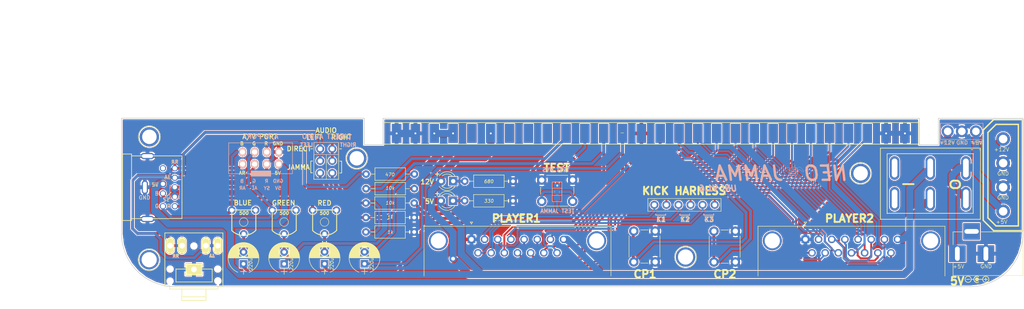
<source format=kicad_pcb>
(kicad_pcb (version 4) (host pcbnew 4.0.7)
  (layers (0 F.Cu signal) (31 B.Cu signal hide) (34 B.Paste user hide) (35 F.Paste user hide) (36 B.SilkS user) (37 F.SilkS user) (38 B.Mask user) (39 F.Mask user hide) (44 Edge.Cuts user))
  (net 0 "")
  (net 1 ~)
  (net 2 AUDIO_LEFT)
  (net 3 V_GREEN)
  (net 4 V_BLUE)
  (net 5 V_RED)
  (net 6 COIN1)
  (net 7 COIN2)
  (net 8 "Net-(D1-Pad1)")
  (net 9 TEST_MVS)
  (net 10 V_SYNC)
  (net 11 UP2)
  (net 12 START2)
  (net 13 DOWN2)
  (net 14 LEFT2)
  (net 15 RIGHT2)
  (net 16 A2)
  (net 17 B2)
  (net 18 C2)
  (net 19 D2)
  (net 20 SELECT2)
  (net 21 TEST_JAMMA)
  (net 22 UP1)
  (net 23 START1)
  (net 24 DOWN1)
  (net 25 LEFT1)
  (net 26 RIGHT1)
  (net 27 A1)
  (net 28 B1)
  (net 29 C1)
  (net 30 D1)
  (net 31 SELECT1)
  (net 32 +5VA)
  (net 33 +5V)
  (net 34 +12V)
  (net 35 +12VA)
  (net 36 "Net-(BLUE1-Pad2)")
  (net 37 "Net-(D2-Pad1)")
  (net 38 AUDIO_RIGHT_OUT)
  (net 39 AUDIO_LEFT_OUT)
  (net 40 V_BLUE_OUT)
  (net 41 V_GREEN_OUT)
  (net 42 V_SYNC_OUT)
  (net 43 V_RED_OUT)
  (net 44 AUDIO_RIGHT)
  (net 45 "Net-(JP1-Pad1)")
  (net 46 "Net-(C1-Pad2)")
  (net 47 "Net-(C3-Pad2)")
  (net 48 "Net-(C4-Pad2)")
  (net 49 "Net-(J2-Pad5)")
  (net 50 "Net-(J2-Pad6)")
  (net 51 K1_P1)
  (net 52 K1_P2)
  (net 53 K2_P1)
  (net 54 K2_P2)
  (net 55 K3_P1)
  (net 56 K3_P2)
  (net 57 "Net-(JP3-Pad1)")
  (module 3.5mm_stereo_jack:Tayda_3.5mm_stereo_TRS_jack_A-853 (layer F.Cu) (at 86.577 116.69 180)
    (fp_text reference A1 (at 5.035 0.081 180) (layer F.SilkS) (effects (font (size 0.127 0.127) (thickness 0.03175))))
    (fp_text value AUDIO_OUT (at 5.054 -0.294 180) (layer F.SilkS) (effects (font (size 0.127 0.127) (thickness 0.03175))))
    (pad "" np_thru_hole circle (at 10.02 -0.02 180) (size 1.2 1.2) (drill 1.2) (layers *.Cu *.Mask))
    (pad "" np_thru_hole circle (at 10.03 -2.55 180) (size 1.2 1.2) (drill 1.2) (layers *.Cu *.Mask))
    (pad "" np_thru_hole circle (at -0.03 -2.51 180) (size 1.2 1.2) (drill 1.2) (layers *.Cu *.Mask))
    (pad "" np_thru_hole circle (at 0 -0.02 180) (size 1.2 1.2) (drill 1.2) (layers *.Cu *.Mask))
    (pad 1 thru_hole rect (at 5.01 -0.096 180) (size 3.5 2.5) (drill 1.2) (layers *.Cu *.Mask F.SilkS) (net 1 ~))
    (pad 2 thru_hole oval (at 10.01 4.91 180) (size 1.75 3.5) (drill 1.2) (layers *.Cu *.Mask F.SilkS) (net 38 AUDIO_RIGHT_OUT))
    (pad 5 thru_hole oval (at 0.01 4.91 180) (size 1.75 3.5) (drill 1.2) (layers *.Cu *.Mask F.SilkS) (net 39 AUDIO_LEFT_OUT))
    (pad 3 thru_hole oval (at 7.51 4.91 180) (size 1.75 3.5) (drill 1.2) (layers *.Cu *.Mask F.SilkS) (net 38 AUDIO_RIGHT_OUT))
    (pad 4 thru_hole oval (at 2.51 4.91 180) (size 1.75 3.5) (drill 1.2) (layers *.Cu *.Mask F.SilkS) (net 39 AUDIO_LEFT_OUT))
    (pad "" np_thru_hole circle (at 5.01 4.84 180) (size 1.2 1.2) (drill 1.2) (layers *.Cu *.Mask))
  )
  (module mod_conn_hdd_15-24-4441:conn_hdd_15-24-4449 (layer F.Cu) (at 251.784 96.932 270)
    (fp_text reference MOLEX_POWER1 (at 7.585 0.035 270) (layer F.SilkS) (effects (font (size 0.127 0.127) (thickness 0.03175))))
    (fp_text value Conn_01x04 (at -7.559 0.025 270) (layer F.SilkS) (effects (font (size 0.127 0.127) (thickness 0.03175))))
    (pad 1 thru_hole circle (at -7.62 0 270) (size 2.9 2.9) (drill 1.8) (layers *.Cu *.Mask) (net 35 +12VA))
    (pad 2 thru_hole circle (at -2.54 0 270) (size 2.9 2.9) (drill 1.8) (layers *.Cu *.Mask) (net 1 ~))
    (pad 3 thru_hole circle (at 2.54 0 270) (size 2.9 2.9) (drill 1.8) (layers *.Cu *.Mask) (net 1 ~))
    (pad 4 thru_hole circle (at 7.62 0 270) (size 2.9 2.9) (drill 1.8) (layers *.Cu *.Mask) (net 32 +5VA))
  )
  (module Connectors:BARREL_JACK (layer F.Cu) (at 242.152 113.479 180)
    (fp_text reference 5V_POWER1 (at -2.974792 4.634765 180) (layer F.SilkS) (effects (font (size 0.127 0.127) (thickness 0.03175))))
    (fp_text value Barrel_Jack)
    (pad 1 thru_hole rect (at 0 0 180) (size 3.5 3.5) (drill oval 1 3) (layers *.Cu *.Mask) (net 32 +5VA))
    (pad 2 thru_hole rect (at -6 0 180) (size 3.5 3.5) (drill oval 1 3) (layers *.Cu *.Mask) (net 1 ~))
    (pad 3 thru_hole rect (at -3 4.7 180) (size 3.5 3.5) (drill oval 3 1) (layers *.Cu *.Mask))
  )
  (module Capacitors_THT:CP_Radial_D6.3mm_P2.50mm (layer F.Cu) (at 92 115.625 90)
    (fp_text reference C2 hide)
    (fp_text value 220u (at -0.084 1.512 90) (layer F.SilkS) (effects (font (size 0.7 0.7) (thickness 0.1) italic)))
    (pad 1 thru_hole rect (at 0 0 90) (size 1.6 1.6) (drill 0.8) (layers *.Cu *.Mask) (net 4 V_BLUE))
    (pad 2 thru_hole circle (at 2.5 0 90) (size 1.6 1.6) (drill 0.8) (layers *.Cu *.Mask) (net 36 "Net-(BLUE1-Pad2)"))
  )
  (module Connectors_DSub:DSUB-15_Male_Horizontal_Pitch2.77x2.84mm_EdgePinOffset4.94mm_Housed_MountingHolesOffset7.48mm (layer F.Cu) (at 139.937 110.454)
    (fp_text reference PLAYER1 (at 9.45 -4.409) (layer F.SilkS) (effects (font (size 1.6 1.6) (thickness 0.4))))
    (fp_text value DB15_Male)
    (pad 1 thru_hole rect (at 0 0) (size 1.6 1.6) (drill 1) (layers *.Cu *.Mask) (net 1 ~))
    (pad 2 thru_hole circle (at 2.77 0) (size 1.6 1.6) (drill 1) (layers *.Cu *.Mask) (net 51 K1_P1))
    (pad 3 thru_hole circle (at 5.54 0) (size 1.6 1.6) (drill 1) (layers *.Cu *.Mask) (net 31 SELECT1))
    (pad 4 thru_hole circle (at 8.31 0) (size 1.6 1.6) (drill 1) (layers *.Cu *.Mask) (net 30 D1))
    (pad 5 thru_hole circle (at 11.08 0) (size 1.6 1.6) (drill 1) (layers *.Cu *.Mask) (net 28 B1))
    (pad 6 thru_hole circle (at 13.85 0) (size 1.6 1.6) (drill 1) (layers *.Cu *.Mask) (net 26 RIGHT1))
    (pad 7 thru_hole circle (at 16.62 0) (size 1.6 1.6) (drill 1) (layers *.Cu *.Mask) (net 24 DOWN1))
    (pad 8 thru_hole circle (at 19.39 0) (size 1.6 1.6) (drill 1) (layers *.Cu *.Mask) (net 33 +5V))
    (pad 9 thru_hole circle (at 1.385 2.84) (size 1.6 1.6) (drill 1) (layers *.Cu *.Mask) (net 53 K2_P1))
    (pad 10 thru_hole circle (at 4.155 2.84) (size 1.6 1.6) (drill 1) (layers *.Cu *.Mask) (net 55 K3_P1))
    (pad 11 thru_hole circle (at 6.925 2.84) (size 1.6 1.6) (drill 1) (layers *.Cu *.Mask) (net 23 START1))
    (pad 12 thru_hole circle (at 9.695 2.84) (size 1.6 1.6) (drill 1) (layers *.Cu *.Mask) (net 29 C1))
    (pad 13 thru_hole circle (at 12.465 2.84) (size 1.6 1.6) (drill 1) (layers *.Cu *.Mask) (net 27 A1))
    (pad 14 thru_hole circle (at 15.235 2.84) (size 1.6 1.6) (drill 1) (layers *.Cu *.Mask) (net 25 LEFT1))
    (pad 15 thru_hole circle (at 18.005 2.84) (size 1.6 1.6) (drill 1) (layers *.Cu *.Mask) (net 22 UP1))
    (pad 0 thru_hole circle (at -6.955 0.3) (size 4 4) (drill 3.2) (layers *.Cu *.Mask))
    (pad 0 thru_hole circle (at 26.345 0.3) (size 4 4) (drill 3.2) (layers *.Cu *.Mask))
  )
  (module Connectors:1pin (layer F.Cu) (at 184.982 114.175)
    (fp_text reference H2 (at 0.09 0.15) (layer F.SilkS))
    (fp_text value Conn_01x01)
    (pad 1 thru_hole circle (at 0 0) (size 4.064 4.064) (drill 3.2) (layers *.Cu *.Mask))
  )
  (module Connectors_DSub:DSUB-15_Male_Horizontal_Pitch2.77x2.84mm_EdgePinOffset4.94mm_Housed_MountingHolesOffset7.48mm (layer F.Cu) (at 210.187 110.454)
    (fp_text reference PLAYER2 (at 9.279 -4.396) (layer F.SilkS) (effects (font (size 1.6 1.6) (thickness 0.4))))
    (fp_text value DB15_Male)
    (pad 1 thru_hole rect (at 0 0) (size 1.6 1.6) (drill 1) (layers *.Cu *.Mask) (net 1 ~))
    (pad 2 thru_hole circle (at 2.77 0) (size 1.6 1.6) (drill 1) (layers *.Cu *.Mask) (net 52 K1_P2))
    (pad 3 thru_hole circle (at 5.54 0) (size 1.6 1.6) (drill 1) (layers *.Cu *.Mask) (net 20 SELECT2))
    (pad 4 thru_hole circle (at 8.31 0) (size 1.6 1.6) (drill 1) (layers *.Cu *.Mask) (net 19 D2))
    (pad 5 thru_hole circle (at 11.08 0) (size 1.6 1.6) (drill 1) (layers *.Cu *.Mask) (net 17 B2))
    (pad 6 thru_hole circle (at 13.85 0) (size 1.6 1.6) (drill 1) (layers *.Cu *.Mask) (net 15 RIGHT2))
    (pad 7 thru_hole circle (at 16.62 0) (size 1.6 1.6) (drill 1) (layers *.Cu *.Mask) (net 13 DOWN2))
    (pad 8 thru_hole circle (at 19.39 0) (size 1.6 1.6) (drill 1) (layers *.Cu *.Mask) (net 33 +5V))
    (pad 9 thru_hole circle (at 1.385 2.84) (size 1.6 1.6) (drill 1) (layers *.Cu *.Mask) (net 54 K2_P2))
    (pad 10 thru_hole circle (at 4.155 2.84) (size 1.6 1.6) (drill 1) (layers *.Cu *.Mask) (net 56 K3_P2))
    (pad 11 thru_hole circle (at 6.925 2.84) (size 1.6 1.6) (drill 1) (layers *.Cu *.Mask) (net 12 START2))
    (pad 12 thru_hole circle (at 9.695 2.84) (size 1.6 1.6) (drill 1) (layers *.Cu *.Mask) (net 18 C2))
    (pad 13 thru_hole circle (at 12.465 2.84) (size 1.6 1.6) (drill 1) (layers *.Cu *.Mask) (net 16 A2))
    (pad 14 thru_hole circle (at 15.235 2.84) (size 1.6 1.6) (drill 1) (layers *.Cu *.Mask) (net 14 LEFT2))
    (pad 15 thru_hole circle (at 18.005 2.84) (size 1.6 1.6) (drill 1) (layers *.Cu *.Mask) (net 11 UP2))
    (pad 0 thru_hole circle (at -6.955 0.3) (size 4 4) (drill 3.2) (layers *.Cu *.Mask))
    (pad 0 thru_hole circle (at 26.345 0.3) (size 4 4) (drill 3.2) (layers *.Cu *.Mask))
  )
  (module Capacitors_THT:CP_Radial_D6.3mm_P2.50mm (layer F.Cu) (at 100.55 115.625 90)
    (fp_text reference C1 hide)
    (fp_text value 220u (at -0.084 1.508 90) (layer F.SilkS) (effects (font (size 0.7 0.7) (thickness 0.1) italic)))
    (pad 1 thru_hole rect (at 0 0 90) (size 1.6 1.6) (drill 0.8) (layers *.Cu *.Mask) (net 3 V_GREEN))
    (pad 2 thru_hole circle (at 2.5 0 90) (size 1.6 1.6) (drill 0.8) (layers *.Cu *.Mask) (net 46 "Net-(C1-Pad2)"))
  )
  (module Capacitors_THT:CP_Radial_D6.3mm_P2.50mm (layer F.Cu) (at 109.05 115.6 90)
    (fp_text reference C3 hide)
    (fp_text value 220u (at -0.096 1.549 90) (layer F.SilkS) (effects (font (size 0.7 0.7) (thickness 0.1) italic)))
    (pad 1 thru_hole rect (at 0 0 90) (size 1.6 1.6) (drill 0.8) (layers *.Cu *.Mask) (net 5 V_RED))
    (pad 2 thru_hole circle (at 2.5 0 90) (size 1.6 1.6) (drill 0.8) (layers *.Cu *.Mask) (net 47 "Net-(C3-Pad2)"))
  )
  (module LEDs:LED_D3.0mm (layer F.Cu) (at 136.067 102.326 180)
    (fp_text reference D1 (at -0.022 -0.011 180) (layer F.SilkS) (effects (font (size 0.127 0.127) (thickness 0.03175))))
    (fp_text value LED_5V)
    (pad 1 thru_hole rect (at 0 0 180) (size 1.8 1.8) (drill 0.9) (layers *.Cu *.Mask) (net 8 "Net-(D1-Pad1)"))
    (pad 2 thru_hole circle (at 2.54 0 180) (size 1.8 1.8) (drill 0.9) (layers *.Cu *.Mask) (net 33 +5V))
  )
  (module Resistors_THT:R_Axial_DIN0207_L6.3mm_D2.5mm_P10.16mm_Horizontal (layer F.Cu) (at 148.686 102.328 180)
    (fp_text reference R1 hide)
    (fp_text value 330 (at 5.088 -0.035 180) (layer F.SilkS) (effects (font (size 0.7 0.7) (thickness 0.1) italic)))
    (pad 1 thru_hole circle (at 0 0 180) (size 1.6 1.6) (drill 0.8) (layers *.Cu *.Mask) (net 1 ~))
    (pad 2 thru_hole oval (at 10.16 0 180) (size 1.6 1.6) (drill 0.8) (layers *.Cu *.Mask) (net 8 "Net-(D1-Pad1)"))
  )
  (module Resistors_THT:R_Axial_DIN0207_L6.3mm_D2.5mm_P10.16mm_Horizontal (layer F.Cu) (at 148.697 98.209 180)
    (fp_text reference R2 hide)
    (fp_text value 680 (at 5.116 -0.045 180) (layer F.SilkS) (effects (font (size 0.7 0.7) (thickness 0.1) italic)))
    (pad 1 thru_hole circle (at 0 0 180) (size 1.6 1.6) (drill 0.8) (layers *.Cu *.Mask) (net 1 ~))
    (pad 2 thru_hole oval (at 10.16 0 180) (size 1.6 1.6) (drill 0.8) (layers *.Cu *.Mask) (net 37 "Net-(D2-Pad1)"))
  )
  (module Resistors_THT:R_Axial_DIN0207_L6.3mm_D2.5mm_P10.16mm_Horizontal (layer F.Cu) (at 117.775 99.775)
    (fp_text reference R3 hide)
    (fp_text value 10k (at 5.05 -0.125) (layer F.SilkS) (effects (font (size 0.7 0.7) (thickness 0.1) italic)))
    (pad 1 thru_hole circle (at 0 0) (size 1.6 1.6) (drill 0.8) (layers *.Cu *.Mask) (net 2 AUDIO_LEFT))
    (pad 2 thru_hole oval (at 10.16 0) (size 1.6 1.6) (drill 0.8) (layers *.Cu *.Mask) (net 49 "Net-(J2-Pad5)"))
  )
  (module Resistors_THT:R_Axial_DIN0207_L6.3mm_D2.5mm_P10.16mm_Horizontal (layer F.Cu) (at 127.903 105.855 180)
    (fp_text reference R4 hide)
    (fp_text value 1k (at 5.053 0.055 180) (layer F.SilkS) (effects (font (size 0.7 0.7) (thickness 0.1) italic)))
    (pad 1 thru_hole circle (at 0 0 180) (size 1.6 1.6) (drill 0.8) (layers *.Cu *.Mask) (net 1 ~))
    (pad 2 thru_hole oval (at 10.16 0 180) (size 1.6 1.6) (drill 0.8) (layers *.Cu *.Mask) (net 49 "Net-(J2-Pad5)"))
  )
  (module Resistors_THT:R_Axial_DIN0207_L6.3mm_D2.5mm_P10.16mm_Horizontal (layer F.Cu) (at 127.9 102.8 180)
    (fp_text reference R5 hide)
    (fp_text value 10k (at 5.065 0.026 180) (layer F.SilkS) (effects (font (size 0.7 0.7) (thickness 0.1) italic)))
    (pad 1 thru_hole circle (at 0 0 180) (size 1.6 1.6) (drill 0.8) (layers *.Cu *.Mask) (net 44 AUDIO_RIGHT))
    (pad 2 thru_hole oval (at 10.16 0 180) (size 1.6 1.6) (drill 0.8) (layers *.Cu *.Mask) (net 50 "Net-(J2-Pad6)"))
  )
  (module Resistors_THT:R_Axial_DIN0207_L6.3mm_D2.5mm_P10.16mm_Horizontal (layer F.Cu) (at 127.9 108.9 180)
    (fp_text reference R6 hide)
    (fp_text value 1k (at 5.025 -0.025 180) (layer F.SilkS) (effects (font (size 0.7 0.7) (thickness 0.1) italic)))
    (pad 1 thru_hole circle (at 0 0 180) (size 1.6 1.6) (drill 0.8) (layers *.Cu *.Mask) (net 1 ~))
    (pad 2 thru_hole oval (at 10.16 0 180) (size 1.6 1.6) (drill 0.8) (layers *.Cu *.Mask) (net 50 "Net-(J2-Pad6)"))
  )
  (module LEDs:LED_D3.0mm (layer F.Cu) (at 136.108 98.195 180)
    (fp_text reference D2 (at -0.012 -0.015 180) (layer F.SilkS) (effects (font (size 0.127 0.127) (thickness 0.03175))))
    (fp_text value LED_12V)
    (pad 1 thru_hole rect (at 0 0 180) (size 1.8 1.8) (drill 0.9) (layers *.Cu *.Mask) (net 37 "Net-(D2-Pad1)"))
    (pad 2 thru_hole circle (at 2.54 0 180) (size 1.8 1.8) (drill 0.9) (layers *.Cu *.Mask) (net 34 +12V))
  )
  (module Resistors_THT:R_Axial_DIN0207_L6.3mm_D2.5mm_P10.16mm_Horizontal (layer F.Cu) (at 117.775 96.698)
    (fp_text reference R7 hide)
    (fp_text value 470 (at 4.993 0.114) (layer F.SilkS) (effects (font (size 0.7 0.7) (thickness 0.1) italic)))
    (pad 1 thru_hole circle (at 0 0) (size 1.6 1.6) (drill 0.8) (layers *.Cu *.Mask) (net 42 V_SYNC_OUT))
    (pad 2 thru_hole oval (at 10.16 0) (size 1.6 1.6) (drill 0.8) (layers *.Cu *.Mask) (net 48 "Net-(C4-Pad2)"))
  )
  (module Capacitors_THT:CP_Radial_D6.3mm_P2.50mm (layer F.Cu) (at 117.45 115.6 90)
    (fp_text reference C4 hide)
    (fp_text value 220u (at -0.076 1.534 90) (layer F.SilkS) (effects (font (size 0.7 0.7) (thickness 0.1) italic)))
    (pad 1 thru_hole rect (at 0 0 90) (size 1.6 1.6) (drill 0.8) (layers *.Cu *.Mask) (net 10 V_SYNC))
    (pad 2 thru_hole circle (at 2.5 0 90) (size 1.6 1.6) (drill 0.8) (layers *.Cu *.Mask) (net 48 "Net-(C4-Pad2)"))
  )
  (module Connectors:1pin (layer F.Cu) (at 72.158 114.744)
    (fp_text reference H1 (at 0.09 0.11) (layer F.SilkS))
    (fp_text value Conn_01x01)
    (pad 1 thru_hole circle (at 0 0) (size 4.064 4.064) (drill 3.2) (layers *.Cu *.Mask))
  )
  (module w_logo:Logo_silk_polarity_center_5x1.4mm (layer F.Cu) (at 246.275 118.875)
    (fp_text reference POLARITY1 hide)
    (fp_text value Conn_01x01 hide)
  )
  (module tortule:logo (layer B.Cu) (at 207.706 96.337 180)
    (fp_text reference HONU1 hide)
    (fp_text value Conn_01x01 hide)
  )
  (module jamma:Jamma_28f (layer F.Cu) (at 125.227 90.364)
    (fp_text reference JAMMA1 (at 46.44 -2.32) (layer F.SilkS) (effects (font (size 0.127 0.127) (thickness 0.03175))))
    (fp_text value Conn_02x28_Top_Bottom)
    (pad 1 connect rect (at -1.02 -2.23) (size 2 4) (layers F.Cu F.Mask) (net 1 ~))
    (pad 2 connect rect (at 2.94 -2.23) (size 2 4) (layers F.Cu F.Mask) (net 1 ~))
    (pad 3 connect rect (at 6.9 -2.23) (size 2 4) (layers F.Cu F.Mask) (net 33 +5V))
    (pad 4 connect rect (at 10.86 -2.23) (size 2 4) (layers F.Cu F.Mask) (net 33 +5V))
    (pad 5 connect rect (at 14.82 -2.23) (size 2 4) (layers F.Cu F.Mask))
    (pad 6 connect rect (at 18.78 -2.23) (size 2 4) (layers F.Cu F.Mask) (net 34 +12V))
    (pad 7 connect rect (at 22.74 -2.23) (size 2 4) (layers F.Cu F.Mask))
    (pad 8 connect rect (at 26.7 -2.23) (size 2 4) (layers F.Cu F.Mask))
    (pad 9 connect rect (at 30.66 -2.23) (size 2 4) (layers F.Cu F.Mask))
    (pad 10 connect rect (at 34.62 -2.23) (size 2 4) (layers F.Cu F.Mask) (net 44 AUDIO_RIGHT))
    (pad 11 connect rect (at 38.58 -2.23) (size 2 4) (layers F.Cu F.Mask))
    (pad 12 connect rect (at 42.54 -2.23) (size 2 4) (layers F.Cu F.Mask) (net 5 V_RED))
    (pad 13 connect rect (at 46.5 -2.23) (size 2 4) (layers F.Cu F.Mask) (net 4 V_BLUE))
    (pad 14 connect rect (at 50.46 -2.23) (size 2 4) (layers F.Cu F.Mask) (net 1 ~))
    (pad 15 connect rect (at 54.42 -2.23) (size 2 4) (layers F.Cu F.Mask) (net 21 TEST_JAMMA))
    (pad 16 connect rect (at 58.38 -2.23) (size 2 4) (layers F.Cu F.Mask) (net 6 COIN1))
    (pad 17 connect rect (at 62.34 -2.23) (size 2 4) (layers F.Cu F.Mask) (net 23 START1))
    (pad 18 connect rect (at 66.3 -2.23) (size 2 4) (layers F.Cu F.Mask) (net 22 UP1))
    (pad 19 connect rect (at 70.26 -2.23) (size 2 4) (layers F.Cu F.Mask) (net 24 DOWN1))
    (pad 20 connect rect (at 74.22 -2.23) (size 2 4) (layers F.Cu F.Mask) (net 25 LEFT1))
    (pad 21 connect rect (at 78.18 -2.23) (size 2 4) (layers F.Cu F.Mask) (net 26 RIGHT1))
    (pad 22 connect rect (at 82.14 -2.23) (size 2 4) (layers F.Cu F.Mask) (net 27 A1))
    (pad 23 connect rect (at 86.1 -2.23) (size 2 4) (layers F.Cu F.Mask) (net 28 B1))
    (pad 24 connect rect (at 90.06 -2.23) (size 2 4) (layers F.Cu F.Mask) (net 29 C1))
    (pad 25 connect rect (at 94.02 -2.23) (size 2 4) (layers F.Cu F.Mask) (net 30 D1))
    (pad 26 connect rect (at 97.98 -2.23) (size 2 4) (layers F.Cu F.Mask) (net 31 SELECT1))
    (pad 27 connect rect (at 101.94 -2.23) (size 2 4) (layers F.Cu F.Mask) (net 1 ~))
    (pad 28 connect rect (at 105.9 -2.23) (size 2 4) (layers F.Cu F.Mask) (net 1 ~))
    (pad 29 connect rect (at -1.03 -2.24) (size 2 4) (layers B.Cu B.Mask) (net 1 ~))
    (pad 30 connect rect (at 2.93 -2.24) (size 2 4) (layers B.Cu B.Mask) (net 1 ~))
    (pad 31 connect rect (at 6.89 -2.24) (size 2 4) (layers B.Cu B.Mask) (net 33 +5V))
    (pad 32 connect rect (at 10.85 -2.24) (size 2 4) (layers B.Cu B.Mask) (net 33 +5V))
    (pad 33 connect rect (at 14.81 -2.24) (size 2 4) (layers B.Cu B.Mask))
    (pad 34 connect rect (at 18.77 -2.24) (size 2 4) (layers B.Cu B.Mask) (net 34 +12V))
    (pad 35 connect rect (at 22.73 -2.24) (size 2 4) (layers B.Cu B.Mask))
    (pad 36 connect rect (at 26.69 -2.24) (size 2 4) (layers B.Cu B.Mask))
    (pad 37 connect rect (at 30.65 -2.24) (size 2 4) (layers B.Cu B.Mask))
    (pad 38 connect rect (at 34.61 -2.24) (size 2 4) (layers B.Cu B.Mask) (net 2 AUDIO_LEFT))
    (pad 39 connect rect (at 38.57 -2.24) (size 2 4) (layers B.Cu B.Mask) (net 9 TEST_MVS))
    (pad 40 connect rect (at 42.53 -2.24) (size 2 4) (layers B.Cu B.Mask) (net 3 V_GREEN))
    (pad 41 connect rect (at 46.49 -2.24) (size 2 4) (layers B.Cu B.Mask) (net 10 V_SYNC))
    (pad 42 connect rect (at 50.45 -2.24) (size 2 4) (layers B.Cu B.Mask))
    (pad 43 connect rect (at 54.41 -2.24) (size 2 4) (layers B.Cu B.Mask))
    (pad 44 connect rect (at 58.37 -2.24) (size 2 4) (layers B.Cu B.Mask) (net 7 COIN2))
    (pad 45 connect rect (at 62.33 -2.24) (size 2 4) (layers B.Cu B.Mask) (net 12 START2))
    (pad 46 connect rect (at 66.29 -2.24) (size 2 4) (layers B.Cu B.Mask) (net 11 UP2))
    (pad 47 connect rect (at 70.25 -2.24) (size 2 4) (layers B.Cu B.Mask) (net 13 DOWN2))
    (pad 48 connect rect (at 74.21 -2.24) (size 2 4) (layers B.Cu B.Mask) (net 14 LEFT2))
    (pad 49 connect rect (at 78.17 -2.24) (size 2 4) (layers B.Cu B.Mask) (net 15 RIGHT2))
    (pad 50 connect rect (at 82.13 -2.24) (size 2 4) (layers B.Cu B.Mask) (net 16 A2))
    (pad 51 connect rect (at 86.09 -2.24) (size 2 4) (layers B.Cu B.Mask) (net 17 B2))
    (pad 52 connect rect (at 90.05 -2.24) (size 2 4) (layers B.Cu B.Mask) (net 18 C2))
    (pad 53 connect rect (at 94.01 -2.24) (size 2 4) (layers B.Cu B.Mask) (net 19 D2))
    (pad 54 connect rect (at 97.97 -2.24) (size 2 4) (layers B.Cu B.Mask) (net 20 SELECT2))
    (pad 55 connect rect (at 101.93 -2.24) (size 2 4) (layers B.Cu B.Mask) (net 1 ~))
    (pad 56 connect rect (at 105.89 -2.24) (size 2 4) (layers B.Cu B.Mask) (net 1 ~))
  )
  (module Buttons_Switches_THT:SW_PUSH_6mm (layer F.Cu) (at 154.732 97.958)
    (fp_text reference SW3 (at 6.523 -0.01) (layer F.SilkS) (effects (font (size 0.127 0.127) (thickness 0.03175))))
    (fp_text value SW_Push)
    (pad 2 thru_hole circle (at 0 4.5 90) (size 2 2) (drill 1.1) (layers *.Cu *.Mask) (net 45 "Net-(JP1-Pad1)"))
    (pad 1 thru_hole circle (at 0 0 90) (size 2 2) (drill 1.1) (layers *.Cu *.Mask) (net 1 ~))
    (pad 2 thru_hole circle (at 6.5 4.5 90) (size 2 2) (drill 1.1) (layers *.Cu *.Mask) (net 45 "Net-(JP1-Pad1)"))
    (pad 1 thru_hole circle (at 6.5 0 90) (size 2 2) (drill 1.1) (layers *.Cu *.Mask) (net 1 ~))
  )
  (module Buttons_Switches_THT:SW_PUSH_6mm (layer F.Cu) (at 178.592 108.712 270)
    (fp_text reference SW1 (at 6.564 0.022 450) (layer F.SilkS) (effects (font (size 0.127 0.127) (thickness 0.03175))))
    (fp_text value SW_Push)
    (pad 2 thru_hole circle (at 0 4.5) (size 2 2) (drill 1.1) (layers *.Cu *.Mask) (net 6 COIN1))
    (pad 1 thru_hole circle (at 0 0) (size 2 2) (drill 1.1) (layers *.Cu *.Mask) (net 1 ~))
    (pad 2 thru_hole circle (at 6.5 4.5) (size 2 2) (drill 1.1) (layers *.Cu *.Mask) (net 6 COIN1))
    (pad 1 thru_hole circle (at 6.5 0) (size 2 2) (drill 1.1) (layers *.Cu *.Mask) (net 1 ~))
  )
  (module Buttons_Switches_THT:SW_PUSH_6mm (layer F.Cu) (at 195.458 108.732 270)
    (fp_text reference SW2 (at 6.426 -0.028 450) (layer F.SilkS) (effects (font (size 0.127 0.127) (thickness 0.03175))))
    (fp_text value SW_Push)
    (pad 2 thru_hole circle (at 0 4.5) (size 2 2) (drill 1.1) (layers *.Cu *.Mask) (net 7 COIN2))
    (pad 1 thru_hole circle (at 0 0) (size 2 2) (drill 1.1) (layers *.Cu *.Mask) (net 1 ~))
    (pad 2 thru_hole circle (at 6.5 4.5) (size 2 2) (drill 1.1) (layers *.Cu *.Mask) (net 7 COIN2))
    (pad 1 thru_hole circle (at 6.5 0) (size 2 2) (drill 1.1) (layers *.Cu *.Mask) (net 1 ~))
  )
  (module Connectors:1pin (layer F.Cu) (at 115.825 93.375)
    (fp_text reference H3 (at -0.02 -0.021) (layer F.SilkS))
    (fp_text value Conn_01x01)
    (pad 1 thru_hole circle (at 0 0) (size 4.064 4.064) (drill 3.048) (layers *.Cu *.Mask))
  )
  (module Jumper:SolderJumper-2_P1.3mm_Open_Pad1.0x1.5mm (layer B.Cu) (at 157.947 99.777 90)
    (fp_text reference JP1 (at -0.69 0.48 90) (layer B.SilkS) (effects (font (size 0.127 0.127) (thickness 0.03175)) (justify mirror)))
    (fp_text value SOLDER_JUMPER hide)
    (pad 2 smd rect (at 0.65 0 90) (size 1 1.5) (layers B.Cu B.Mask) (net 9 TEST_MVS))
    (pad 1 smd rect (at -0.65 0 90) (size 1 1.5) (layers B.Cu B.Mask) (net 45 "Net-(JP1-Pad1)"))
  )
  (module Jumper:SolderJumper-2_P1.3mm_Bridged_Pad1.0x1.5mm (layer B.Cu) (at 157.945 101.09 270)
    (fp_text reference JP2 (at -0.694 0.487 270) (layer B.SilkS) (effects (font (size 0.127 0.127) (thickness 0.03175)) (justify mirror)))
    (fp_text value SOLDER_JUMPER hide)
    (fp_poly (pts (xy -0.25 0.3) (xy 0.25 0.3) (xy 0.25 -0.3) (xy -0.25 -0.3)) (layer B.Cu) (width 0))
    (pad 1 smd rect (at -0.65 0 270) (size 1 1.5) (layers B.Cu B.Mask) (net 45 "Net-(JP1-Pad1)"))
    (pad 2 smd rect (at 0.65 0 270) (size 1 1.5) (layers B.Cu B.Mask) (net 21 TEST_JAMMA))
  )
  (module Connectors:1pin (layer F.Cu) (at 221.8 96.55)
    (fp_text reference H4 (at -0.069 -0.046) (layer F.SilkS))
    (fp_text value Conn_01x01)
    (pad 1 thru_hole circle (at 0 0) (size 4.064 4.064) (drill 3.048) (layers *.Cu *.Mask))
  )
  (module JTAG:JTAG-8 (layer B.Cu) (at 93.078 93.345 180)
    (fp_text reference J1 hide)
    (fp_text value AV_EXTENSION hide)
    (pad 1 thru_hole oval (at -6.34 -1.25 180) (size 1.5 1.9) (drill 1.1) (layers *.Cu *.Mask B.SilkS) (net 33 +5V))
    (pad 2 thru_hole oval (at -6.34 1.29 180) (size 1.5 1.9) (drill 1.1) (layers *.Cu *.Mask B.SilkS) (net 1 ~))
    (pad 3 thru_hole oval (at -3.8 -1.25 180) (size 1.5 1.9) (drill 1.1) (layers *.Cu *.Mask B.SilkS) (net 42 V_SYNC_OUT))
    (pad 4 thru_hole oval (at -3.8 1.29 180) (size 1.5 1.9) (drill 1.1) (layers *.Cu *.Mask B.SilkS) (net 43 V_RED_OUT))
    (pad 5 thru_hole oval (at -1.26 -1.25 180) (size 1.5 1.9) (drill 1.1) (layers *.Cu *.Mask B.SilkS) (net 39 AUDIO_LEFT_OUT))
    (pad 6 thru_hole oval (at -1.26 1.29 180) (size 1.5 1.9) (drill 1.1) (layers *.Cu *.Mask B.SilkS) (net 41 V_GREEN_OUT))
    (pad 8 thru_hole oval (at 1.28 1.29 180) (size 1.5 1.9) (drill 1.1) (layers *.Cu *.Mask B.SilkS) (net 40 V_BLUE_OUT))
    (pad 7 thru_hole oval (at 1.28 -1.25 180) (size 1.5 1.9) (drill 1.1) (layers *.Cu *.Mask B.SilkS) (net 38 AUDIO_RIGHT_OUT))
  )
  (module power:Power_03x2.54mm_Straight (layer B.Cu) (at 240.573 87.8)
    (fp_text reference DIRECT_POWER1 (at -0.459 -0.002) (layer B.SilkS) (effects (font (size 0.127 0.127) (thickness 0.03175)) (justify mirror)))
    (fp_text value Conn_01x03)
    (pad 1 thru_hole circle (at -0.455 -0.106) (size 2.5 2.5) (drill 1.6) (layers *.Cu *.Mask) (net 35 +12VA))
    (pad 2 thru_hole circle (at 2.525 -0.106) (size 2.5 2.5) (drill 1.6) (layers *.Cu *.Mask) (net 1 ~))
    (pad 3 thru_hole circle (at 5.485 -0.106) (size 2.5 2.5) (drill 1.6) (layers *.Cu *.Mask) (net 32 +5VA))
  )
  (module Potentiometer:Potentiometer (layer F.Cu) (at 89.541 104.305 270)
    (fp_text reference BLUE1 (at 4.968 -2.521 360) (layer F.SilkS) (effects (font (size 0.127 0.127) (thickness 0.03175))))
    (fp_text value 500 (at 0.61 -2.521 360) (layer F.SilkS) (effects (font (size 0.7 0.7) (thickness 0.15) italic)))
    (pad 3 thru_hole circle (at 0 -5 270) (size 1.62 1.62) (drill 0.9) (layers *.Cu *.Mask))
    (pad 2 thru_hole circle (at 5 -2.5 270) (size 1.62 1.62) (drill 0.9) (layers *.Cu *.Mask) (net 36 "Net-(BLUE1-Pad2)"))
    (pad 1 thru_hole circle (at 0 0 270) (size 1.62 1.62) (drill 0.9) (layers *.Cu *.Mask) (net 40 V_BLUE_OUT))
  )
  (module Potentiometer:Potentiometer (layer F.Cu) (at 98.041 104.305 270)
    (fp_text reference GREEN1 (at 4.94 -2.543 360) (layer F.SilkS) (effects (font (size 0.127 0.127) (thickness 0.03175))))
    (fp_text value 500 (at 0.622 -2.497 360) (layer F.SilkS) (effects (font (size 0.7 0.7) (thickness 0.15) italic)))
    (pad 3 thru_hole circle (at 0 -5 270) (size 1.62 1.62) (drill 0.9) (layers *.Cu *.Mask))
    (pad 2 thru_hole circle (at 5 -2.5 270) (size 1.62 1.62) (drill 0.9) (layers *.Cu *.Mask) (net 46 "Net-(C1-Pad2)"))
    (pad 1 thru_hole circle (at 0 0 270) (size 1.62 1.62) (drill 0.9) (layers *.Cu *.Mask) (net 41 V_GREEN_OUT))
  )
  (module Potentiometer:Potentiometer (layer F.Cu) (at 106.541 104.305 270)
    (fp_text reference RED1 (at 4.968 -2.537 360) (layer F.SilkS) (effects (font (size 0.127 0.127) (thickness 0.03175))))
    (fp_text value 500 (at 0.627 -2.455 360) (layer F.SilkS) (effects (font (size 0.7 0.7) (thickness 0.15) italic)))
    (pad 3 thru_hole circle (at 0 -5 270) (size 1.62 1.62) (drill 0.9) (layers *.Cu *.Mask))
    (pad 2 thru_hole circle (at 5 -2.5 270) (size 1.62 1.62) (drill 0.9) (layers *.Cu *.Mask) (net 47 "Net-(C3-Pad2)"))
    (pad 1 thru_hole circle (at 0 0 270) (size 1.62 1.62) (drill 0.9) (layers *.Cu *.Mask) (net 43 V_RED_OUT))
  )
  (module audio_header:Pin_Header_Straight_2x03_Pitch2.54mm (layer F.Cu) (at 108.124 91.389)
    (fp_text reference J2 (at -0.01 -0.115) (layer F.SilkS) (effects (font (size 0.127 0.127) (thickness 0.03175))))
    (fp_text value Conn_02x03_Odd_Even)
    (pad 1 thru_hole circle (at 0 0) (size 1.7 1.7) (drill 1) (layers *.Cu *.Mask) (net 39 AUDIO_LEFT_OUT))
    (pad 2 thru_hole oval (at 2.54 0) (size 1.7 1.7) (drill 1) (layers *.Cu *.Mask) (net 38 AUDIO_RIGHT_OUT))
    (pad 3 thru_hole oval (at 0 2.54) (size 1.7 1.7) (drill 1) (layers *.Cu *.Mask) (net 39 AUDIO_LEFT_OUT))
    (pad 4 thru_hole oval (at 2.54 2.54) (size 1.7 1.7) (drill 1) (layers *.Cu *.Mask) (net 38 AUDIO_RIGHT_OUT))
    (pad 5 thru_hole oval (at 0 5.08) (size 1.7 1.7) (drill 1) (layers *.Cu *.Mask) (net 49 "Net-(J2-Pad5)"))
    (pad 6 thru_hole oval (at 2.54 5.08) (size 1.7 1.7) (drill 1) (layers *.Cu *.Mask) (net 50 "Net-(J2-Pad6)"))
  )
  (module kick_harness:kick_harness (layer F.Cu) (at 191.11 103.182 270)
    (fp_text reference J3 (at -0.099 0.034 360) (layer F.SilkS) (effects (font (size 0.127 0.127) (thickness 0.03175))))
    (fp_text value Conn_01x06)
    (pad 1 thru_hole circle (at 0 0 270) (size 1.7 1.7) (drill 1) (layers *.Cu *.Mask) (net 56 K3_P2))
    (pad 2 thru_hole oval (at 0 2.54 270) (size 1.7 1.7) (drill 1) (layers *.Cu *.Mask) (net 55 K3_P1))
    (pad 3 thru_hole oval (at 0 5.08 270) (size 1.7 1.7) (drill 1) (layers *.Cu *.Mask) (net 54 K2_P2))
    (pad 4 thru_hole oval (at 0 7.62 270) (size 1.7 1.7) (drill 1) (layers *.Cu *.Mask) (net 53 K2_P1))
    (pad 5 thru_hole oval (at 0 10.16 270) (size 1.7 1.7) (drill 1) (layers *.Cu *.Mask) (net 52 K1_P2))
    (pad 6 thru_hole oval (at 0 12.7 270) (size 1.7 1.7) (drill 1) (layers *.Cu *.Mask) (net 51 K1_P1))
  )
  (module switch:KCD1-101 (layer F.Cu) (at 234.25 79.575 270)
    (fp_text reference POWER1 hide)
    (fp_text value SW_DPDT_x2 hide)
    (fp_text user o (at 19.291 -7.087 270) (layer F.SilkS) (effects (font (size 3 3) (thickness 0.4))))
    (fp_text user I (at 19.241 2.306 270) (layer F.SilkS) (effects (font (size 2.2 2.2) (thickness 0.375))))
    (pad 1 thru_hole oval (at 15.842 -9.7 270) (size 5 2) (drill oval 4 1.2) (layers *.Cu *.Mask) (net 32 +5VA))
    (pad 4 thru_hole oval (at 22.342 -9.7 270) (size 5 2) (drill oval 4 1.2) (layers *.Cu *.Mask) (net 35 +12VA))
    (pad 2 thru_hole oval (at 15.842 -2.2 270) (size 5 2) (drill oval 4 1.2) (layers *.Cu *.Mask) (net 33 +5V))
    (pad 5 thru_hole oval (at 22.342 -2.2 270) (size 5 2) (drill oval 4 1.2) (layers *.Cu *.Mask) (net 34 +12V))
    (pad 3 thru_hole oval (at 15.842 5.3 270) (size 5 2) (drill oval 4 1.2) (layers *.Cu *.Mask))
    (pad 6 thru_hole oval (at 22.342 5.3 270) (size 5 2) (drill oval 4 1.2) (layers *.Cu *.Mask))
  )
  (module Connectors:1pin (layer F.Cu) (at 72.2 88.85)
    (fp_text reference H5 (at -0.125 -0.45) (layer F.SilkS))
    (fp_text value Conn_01x01)
    (pad 1 thru_hole circle (at 0 0) (size 4.064 4.064) (drill 3.048) (layers *.Cu *.Mask))
  )
  (module Jumper:SolderJumper-2_P1.3mm_Bridged_Pad1.0x1.5mm (layer B.Cu) (at 77.525 100.475 90)
    (fp_text reference JP3 hide)
    (fp_text value SOLDER_JUMPER hide)
    (fp_poly (pts (xy -0.25 0.3) (xy 0.25 0.3) (xy 0.25 -0.3) (xy -0.25 -0.3)) (layer B.Cu) (width 0))
    (pad 1 smd rect (at -0.65 0 90) (size 1 1.5) (layers B.Cu B.Mask) (net 57 "Net-(JP3-Pad1)"))
    (pad 2 smd rect (at 0.65 0 90) (size 1 1.5) (layers B.Cu B.Mask) (net 42 V_SYNC_OUT))
  )
  (module mini-din:MINI-DIN-9PIN (layer F.Cu) (at 77.55 99.475 90)
    (fp_text reference VIDEO_OUT2 hide)
    (fp_text value Mini-DIN-9-Pin hide)
    (pad SH thru_hole oval (at -6.69 -5.75 180) (size 2.8 1.3) (drill oval 2.3 0.8) (layers *.Cu *.Mask) (net 1 ~))
    (pad SH thru_hole oval (at 6.57 -5.75 180) (size 2.8 1.3) (drill oval 2.3 0.8) (layers *.Cu *.Mask) (net 1 ~))
    (pad 5 thru_hole circle (at 0 0 90) (size 1.3 1.3) (drill 0.9) (layers *.Cu *.Mask) (net 42 V_SYNC_OUT))
    (pad 8 thru_hole circle (at 2 0 90) (size 1.3 1.3) (drill 0.9) (layers *.Cu *.Mask) (net 39 AUDIO_LEFT_OUT))
    (pad 4 thru_hole circle (at -2 0 90) (size 1.3 1.3) (drill 0.9) (layers *.Cu *.Mask) (net 57 "Net-(JP3-Pad1)"))
    (pad 9 thru_hole circle (at 4 0 90) (size 1.3 1.3) (drill 0.9) (layers *.Cu *.Mask) (net 38 AUDIO_RIGHT_OUT))
    (pad 7 thru_hole circle (at -4 0 90) (size 1.3 1.3) (drill 0.9) (layers *.Cu *.Mask) (net 43 V_RED_OUT))
    (pad 2 thru_hole circle (at 0.7 -2.5 90) (size 1.3 1.3) (drill 0.9) (layers *.Cu *.Mask) (net 33 +5V))
    (pad 1 thru_hole circle (at -1.3 -2.5 90) (size 1.3 1.3) (drill 0.9) (layers *.Cu *.Mask) (net 40 V_BLUE_OUT))
    (pad 3 thru_hole circle (at -4 -2.5 90) (size 1.3 1.3) (drill 0.9) (layers *.Cu *.Mask) (net 41 V_GREEN_OUT))
    (pad 6 thru_hole circle (at 4 -2.5 90) (size 1.3 1.3) (drill 0.9) (layers *.Cu *.Mask))
    (pad SH thru_hole oval (at 0 -6.3 90) (size 2.8 1.3) (drill oval 2.3 0.8) (layers *.Cu *.Mask) (net 1 ~))
  )
  (gr_line (start 75.825 101.45) (end 76.775 100.5) (angle 90) (layer F.SilkS) (width 0.15))
  (gr_line (start 75.825 101.45) (end 76.375 100.9) (angle 90) (layer B.SilkS) (width 0.15))
  (gr_text GND (at 243.15 90.075) (layer F.SilkS) (effects (font (size 0.8 0.8) (thickness 0.1))))
  (gr_text +12V (at 240 90.075) (layer F.SilkS) (effects (font (size 0.8 0.8) (thickness 0.1))))
  (gr_text +5V (at 246.15 90.1) (layer F.SilkS) (effects (font (size 0.8 0.8) (thickness 0.1))))
  (gr_line (start 190.8975 105.3255) (end 188.8545 105.3255) (angle 90) (layer B.SilkS) (width 0.15))
  (gr_line (start 185.8495 105.3315) (end 183.7775 105.3315) (angle 90) (layer B.SilkS) (width 0.15))
  (gr_line (start 180.8125 105.3175) (end 180.8125 105.1045) (angle 90) (layer B.SilkS) (width 0.15))
  (gr_line (start 183.7775 105.3315) (end 183.7775 105.1185) (angle 90) (layer B.SilkS) (width 0.15))
  (gr_line (start 188.8395 105.3255) (end 188.8395 105.0965) (angle 90) (layer B.SilkS) (width 0.15))
  (gr_line (start 178.7185 105.3255) (end 178.7185 105.1125) (angle 90) (layer B.SilkS) (width 0.15))
  (gr_line (start 180.8165 105.3255) (end 178.7295 105.3255) (angle 90) (layer B.SilkS) (width 0.15))
  (gr_line (start 185.8445 105.3315) (end 185.8445 105.1185) (angle 90) (layer B.SilkS) (width 0.15))
  (gr_line (start 190.9045 105.3185) (end 190.9045 105.0895) (angle 90) (layer B.SilkS) (width 0.15))
  (gr_text K1 (at 179.767 106.235) (layer B.SilkS) (effects (font (size 1 1) (thickness 0.2)) (justify mirror)))
  (gr_text K2 (at 184.823 106.25) (layer B.SilkS) (effects (font (size 1 1) (thickness 0.2)) (justify mirror)))
  (gr_text K3 (at 189.875 106.239) (layer B.SilkS) (effects (font (size 1 1) (thickness 0.2)) (justify mirror)))
  (gr_text SY (at 75.775 102.1) (layer B.SilkS) (effects (font (size 0.8 0.8) (thickness 0.1)) (justify mirror)))
  (gr_text G (at 73.8 103.475) (layer B.SilkS) (effects (font (size 0.8 0.8) (thickness 0.1)) (justify mirror)))
  (gr_text AL (at 75.962 97.352) (layer B.SilkS) (effects (font (size 0.8 0.8) (thickness 0.1)) (justify mirror)))
  (gr_text GND (at 71.175 101.65) (layer B.SilkS) (effects (font (size 0.8 0.8) (thickness 0.1)) (justify mirror)))
  (gr_text B (at 73.775 100.775) (layer B.SilkS) (effects (font (size 0.8 0.8) (thickness 0.1)) (justify mirror)))
  (gr_text 5V (at 73.406 98.906) (layer B.SilkS) (effects (font (size 0.8 0.8) (thickness 0.1)) (justify mirror)))
  (gr_text AR (at 77.5 94.15) (layer B.SilkS) (effects (font (size 0.8 0.8) (thickness 0.1)) (justify mirror)))
  (gr_text R (at 76.325 103.475) (layer B.SilkS) (effects (font (size 0.8 0.8) (thickness 0.1)) (justify mirror)))
  (gr_text AR (at 77.739 114.01) (layer B.SilkS) (effects (font (size 0.7 0.7)) (justify mirror)))
  (gr_text AL (at 85.382 113.919) (layer F.SilkS) (effects (font (size 0.7 0.7))))
  (gr_text AL (at 85.382 113.919) (layer B.SilkS) (effects (font (size 0.7 0.7)) (justify mirror)))
  (gr_text AR (at 77.762 113.995) (layer F.SilkS) (effects (font (size 0.7 0.7))))
  (gr_text "KICK HARNESS" (at 184.683 100.249) (layer F.SilkS) (effects (font (size 1.6 1.6) (thickness 0.4))))
  (gr_text K3 (at 189.959 106.261) (layer F.SilkS) (effects (font (size 1 1) (thickness 0.2))))
  (gr_text K2 (at 184.907 106.25) (layer F.SilkS) (effects (font (size 1 1) (thickness 0.2))))
  (gr_text K1 (at 179.851 106.265) (layer F.SilkS) (effects (font (size 1 1) (thickness 0.2))))
  (gr_line (start 178.714 105.332) (end 178.714 105.103) (angle 90) (layer F.SilkS) (width 0.15))
  (gr_line (start 183.774 105.345) (end 183.774 105.132) (angle 90) (layer F.SilkS) (width 0.15))
  (gr_line (start 188.802 105.339) (end 190.889 105.339) (angle 90) (layer F.SilkS) (width 0.15))
  (gr_line (start 190.9 105.339) (end 190.9 105.126) (angle 90) (layer F.SilkS) (width 0.15))
  (gr_line (start 180.779 105.339) (end 180.779 105.11) (angle 90) (layer F.SilkS) (width 0.15))
  (gr_line (start 185.841 105.345) (end 185.841 105.132) (angle 90) (layer F.SilkS) (width 0.15))
  (gr_line (start 188.806 105.331) (end 188.806 105.118) (angle 90) (layer F.SilkS) (width 0.15))
  (gr_line (start 183.769 105.345) (end 185.841 105.345) (angle 90) (layer F.SilkS) (width 0.15))
  (gr_line (start 178.721 105.339) (end 180.764 105.339) (angle 90) (layer F.SilkS) (width 0.15))
  (gr_text G (at 94.228 98.169) (layer B.SilkS) (effects (font (size 0.7 0.7)) (justify mirror)))
  (gr_text GND (at 99.269 98.169) (layer B.SilkS) (effects (font (size 0.7 0.7)) (justify mirror)))
  (gr_text 5V (at 99.278 99.651) (layer B.SilkS) (effects (font (size 0.7 0.7)) (justify mirror)))
  (gr_text AL (at 94.304 99.638) (layer B.SilkS) (effects (font (size 0.7 0.7)) (justify mirror)))
  (gr_text AR (at 91.762 99.651) (layer B.SilkS) (effects (font (size 0.7 0.7)) (justify mirror)))
  (gr_text B (at 91.675 98.181) (layer B.SilkS) (effects (font (size 0.7 0.7)) (justify mirror)))
  (gr_text SY (at 96.905 99.678) (layer B.SilkS) (effects (font (size 0.7 0.7)) (justify mirror)))
  (gr_text R (at 96.857 98.181) (layer B.SilkS) (effects (font (size 0.7 0.7)) (justify mirror)))
  (gr_text R (at 96.753 90.259) (layer F.SilkS) (effects (font (size 0.7 0.7))))
  (gr_text SY (at 96.774 96.456) (layer F.SilkS) (effects (font (size 0.7 0.7))))
  (gr_text B (at 91.654 90.257) (layer F.SilkS) (effects (font (size 0.7 0.7))))
  (gr_text AR (at 91.697 96.479) (layer F.SilkS) (effects (font (size 0.7 0.7))))
  (gr_text AL (at 94.239 96.492) (layer F.SilkS) (effects (font (size 0.7 0.7))))
  (gr_text 5V (at 99.213 96.479) (layer F.SilkS) (effects (font (size 0.7 0.7))))
  (gr_text GND (at 99.248 90.269) (layer F.SilkS) (effects (font (size 0.7 0.7))))
  (gr_text G (at 94.207 90.269) (layer F.SilkS) (effects (font (size 0.7 0.7))))
  (gr_text "A/V PORT" (at 95.44 88.811) (layer F.SilkS) (effects (font (size 1 1) (thickness 0.2))))
  (gr_line (start 112.634 91.394) (end 112.234 91.394) (angle 90) (layer F.SilkS) (width 0.15))
  (gr_line (start 106.553 91.383) (end 106.153 91.383) (angle 90) (layer F.SilkS) (width 0.15))
  (gr_text DIRECT (at 103.662 91.364) (layer F.SilkS) (effects (font (size 1 1) (thickness 0.2))))
  (gr_line (start 112.635 93.979) (end 112.235 93.979) (angle 90) (layer F.SilkS) (width 0.15))
  (gr_line (start 112.642 93.986) (end 112.642 96.466) (angle 90) (layer F.SilkS) (width 0.15))
  (gr_line (start 112.258 96.467) (end 112.635 96.467) (angle 90) (layer F.SilkS) (width 0.15))
  (gr_line (start 106.142 96.435) (end 106.519 96.435) (angle 90) (layer F.SilkS) (width 0.15))
  (gr_line (start 106.142 93.955) (end 106.142 96.435) (angle 90) (layer F.SilkS) (width 0.15))
  (gr_line (start 106.542 93.955) (end 106.142 93.955) (angle 90) (layer F.SilkS) (width 0.15))
  (gr_text GND (at 251.767 96.617) (layer F.SilkS) (effects (font (size 0.8 0.8) (thickness 0.1))))
  (gr_text +5V (at 246.537 90.099) (layer B.SilkS) (effects (font (size 0.8 0.8) (thickness 0.1)) (justify mirror)))
  (gr_text +12V (at 240.11 90.08) (layer B.SilkS) (effects (font (size 0.8 0.8) (thickness 0.1)) (justify mirror)))
  (gr_line (start 244.827 120.403) (end 77.789 120.403) (angle 90) (layer Edge.Cuts) (width 0.15))
  (gr_line (start 255.937 84.98) (end 255.937 109.124) (angle 90) (layer Edge.Cuts) (width 0.15))
  (gr_line (start 238.205 84.963) (end 255.937 84.963) (angle 90) (layer Edge.Cuts) (width 0.15))
  (gr_line (start 238.174 90.527) (end 238.174 84.957) (angle 90) (layer Edge.Cuts) (width 0.15))
  (gr_arc (start 244.823 109.292) (end 255.943 109.264) (angle 90) (layer Edge.Cuts) (width 0.15))
  (gr_arc (start 77.581 109.174) (end 77.749 120.406) (angle 90) (layer Edge.Cuts) (width 0.15))
  (gr_text RED (at 109.038 102.806) (layer F.SilkS) (effects (font (size 1 1) (thickness 0.2))))
  (gr_text GREEN (at 100.428 102.79) (layer F.SilkS) (effects (font (size 1 1) (thickness 0.2))))
  (gr_text BLUE (at 91.847 102.76) (layer F.SilkS) (effects (font (size 1 1) (thickness 0.2))))
  (gr_line (start 66.349 84.935) (end 66.349 109.258) (angle 90) (layer Edge.Cuts) (width 0.15))
  (gr_line (start 234.151 90.527) (end 234.151 84.957) (angle 90) (layer Edge.Cuts) (width 0.15))
  (gr_line (start 121.369 84.97) (end 121.369 90.5) (angle 90) (layer Edge.Cuts) (width 0.15))
  (gr_line (start 117.402 84.931) (end 117.402 90.497) (angle 90) (layer Edge.Cuts) (width 0.15))
  (gr_line (start 117.398 84.931) (end 66.355 84.931) (angle 90) (layer Edge.Cuts) (width 0.15))
  (gr_text TEST (at 157.886 95.402) (layer F.SilkS) (effects (font (size 1.6 1.6) (thickness 0.4))))
  (gr_line (start 238.164 90.525) (end 234.144 90.525) (angle 90) (layer Edge.Cuts) (width 0.15))
  (gr_text "TEST MVS" (at 157.721 95.806) (layer B.SilkS) (effects (font (size 0.8 0.8) (thickness 0.2)) (justify mirror)))
  (gr_text "TEST JAMMA" (at 158.029 104.496) (layer B.SilkS) (effects (font (size 0.8 0.8) (thickness 0.2)) (justify mirror)))
  (gr_text +5V (at 242.392 116.159) (layer F.SilkS) (effects (font (size 0.8 0.8) (thickness 0.1))))
  (gr_text +12V (at 251.46 91.516) (layer F.SilkS) (effects (font (size 0.8 0.8) (thickness 0.1))))
  (gr_text GND (at 243.164 90.089) (layer B.SilkS) (effects (font (size 0.8 0.8) (thickness 0.1)) (justify mirror)))
  (gr_text GND (at 251.765 101.661) (layer F.SilkS) (effects (font (size 0.8 0.8) (thickness 0.1))))
  (gr_text +5V (at 251.46 106.782) (layer F.SilkS) (effects (font (size 0.8 0.8) (thickness 0.1))))
  (gr_line (start 121.369 84.96) (end 234.149 84.96) (angle 90) (layer Edge.Cuts) (width 0.15))
  (gr_line (start 117.399 90.5) (end 121.369 90.5) (angle 90) (layer Edge.Cuts) (width 0.15))
  (gr_text GND (at 248.199 116.144) (layer F.SilkS) (effects (font (size 0.8 0.8) (thickness 0.1))))
  (gr_text R (at 76.296 103.461) (layer F.SilkS) (effects (font (size 0.8 0.8) (thickness 0.1))))
  (gr_text AR (at 77.583 94.151) (layer F.SilkS) (effects (font (size 0.8 0.8) (thickness 0.1))))
  (gr_text 5V (at 73.396 98.932) (layer F.SilkS) (effects (font (size 0.8 0.8) (thickness 0.1))))
  (gr_text B (at 73.764 100.788) (layer F.SilkS) (effects (font (size 0.8 0.8) (thickness 0.1))))
  (gr_text GND (at 71.182 101.666) (layer F.SilkS) (effects (font (size 0.8 0.8) (thickness 0.1))))
  (gr_text AL (at 76.018 97.338) (layer F.SilkS) (effects (font (size 0.8 0.8) (thickness 0.1))))
  (gr_text G (at 73.782 103.462) (layer F.SilkS) (effects (font (size 0.8 0.8) (thickness 0.1))))
  (gr_text SY (at 75.735 102.098) (layer F.SilkS) (effects (font (size 0.8 0.8) (thickness 0.1))))
  (gr_text "NEO  JAMMA" (at 205.155 96.545) (layer B.SilkS) (effects (font (size 3 3) (thickness 0.5) italic) (justify mirror)))
  (gr_text 5V (at 131.114 102.468) (layer F.SilkS) (effects (font (size 1 1) (thickness 0.2))))
  (gr_text 12V (at 130.639 98.333) (layer F.SilkS) (effects (font (size 1 1) (thickness 0.2))))
  (gr_text + (at 132.74 96.774 180) (layer F.SilkS) (effects (font (size 1 1) (thickness 0.2))))
  (gr_text + (at 132.756 100.889 180) (layer F.SilkS) (effects (font (size 1 1) (thickness 0.2))))
  (gr_text "UNI V1.6" (at 191.856 99.695) (layer B.SilkS) (effects (font (size 1.2 1.2) (thickness 0.3) italic) (justify mirror)))
  (gr_text 5V (at 242.125 119.25) (layer F.SilkS) (effects (font (size 1.6 1.6) (thickness 0.4))))
  (gr_text CP2 (at 193.264 117.795) (layer F.SilkS) (effects (font (size 1.6 1.6) (thickness 0.4))))
  (gr_text CP1 (at 176.459 117.795) (layer F.SilkS) (effects (font (size 1.6 1.6) (thickness 0.4))))
  (gr_text AUDIO (at 109.385 87.493) (layer F.SilkS) (effects (font (size 1 1) (thickness 0.2))))
  (gr_text "DIRECT AUDIO" (at 109.484 88.758) (layer B.SilkS) (effects (font (size 1 1) (thickness 0.2)) (justify mirror)))
  (gr_text LEFT (at 106.875 88.95) (layer F.SilkS) (effects (font (size 1 1) (thickness 0.2))))
  (gr_text RIGHT (at 114 90.55) (layer B.SilkS) (effects (font (size 0.8 0.8) (thickness 0.2)) (justify mirror)))
  (gr_text "A/V PORT" (at 95.646 88.758) (layer B.SilkS) (effects (font (size 1 1) (thickness 0.2)) (justify mirror)))
  (gr_text RIGHT (at 112.6 88.95) (layer F.SilkS) (effects (font (size 1 1) (thickness 0.2))))
  (gr_text JAMMA (at 103.548 95.265) (layer F.SilkS) (effects (font (size 1 1) (thickness 0.2))))
  (gr_text LEFT (at 105.275 90.55) (layer B.SilkS) (effects (font (size 0.8 0.8) (thickness 0.2)) (justify mirror)))
  (segment (start 227.167 88.134) (end 231.127 88.134) (width 1) (layer F.Cu) (net 1))
  (via (at 231.127 88.134) (size 0.8) (drill 0.4) (layers F.Cu B.Cu) (net 1))
  (segment (start 231.127 88.134) (end 231.117 88.124) (width 1) (layer B.Cu) (net 1))
  (segment (start 231.117 88.124) (end 227.157 88.124) (width 1) (layer B.Cu) (net 1))
  (segment (start 124.197 88.124) (end 128.157 88.124) (width 1.5) (layer B.Cu) (net 1))
  (via (at 128.157 88.124) (size 1) (drill 0.4) (layers F.Cu B.Cu) (net 1))
  (segment (start 128.157 88.124) (end 128.147 88.134) (width 1.5) (layer F.Cu) (net 1))
  (segment (start 128.147 88.134) (end 124.207 88.134) (width 1.5) (layer F.Cu) (net 1))
  (via (at 124.207 88.134) (size 1) (drill 0.4) (layers F.Cu B.Cu) (net 1))
  (segment (start 124.207 88.134) (end 124.217 88.124) (width 1) (layer B.Cu) (net 1))
  (segment (start 124.217 88.124) (end 128.157 88.124) (width 1.5) (layer B.Cu) (net 1))
  (via (at 227.167 88.134) (size 0.8) (drill 0.4) (layers F.Cu B.Cu) (net 1))
  (segment (start 227.167 88.134) (end 227.177 88.124) (width 1) (layer B.Cu) (net 1))
  (segment (start 227.167 88.134) (end 227.157 88.124) (width 0.6) (layer B.Cu) (net 1))
  (segment (start 231.117 88.124) (end 231.127 88.134) (width 0.6) (layer F.Cu) (net 1))
  (segment (start 117.8 99.75) (end 121.05 99.75) (width 0.6) (layer B.Cu) (net 2))
  (segment (start 155.45 93.425) (end 159.837 89.038) (width 0.6) (layer B.Cu) (net 2))
  (segment (start 127.375 93.425) (end 155.45 93.425) (width 0.6) (layer B.Cu) (net 2))
  (segment (start 121.05 99.75) (end 127.375 93.425) (width 0.6) (layer B.Cu) (net 2))
  (segment (start 159.837 89.038) (end 159.837 88.124) (width 0.6) (layer B.Cu) (net 2))
  (segment (start 100.542 115.388) (end 100.562 115.388) (width 0.6) (layer B.Cu) (net 3))
  (segment (start 100.562 115.388) (end 104.625 111.325) (width 0.6) (layer B.Cu) (net 3))
  (segment (start 104.625 111.325) (end 120.018 111.325) (width 0.6) (layer B.Cu) (net 3))
  (segment (start 167.757 88.124) (end 167.757 92.029) (width 0.6) (layer B.Cu) (net 3))
  (segment (start 122.768 108.575) (end 120.018 111.325) (width 0.6) (layer B.Cu) (net 3))
  (segment (start 122.768 99.674) (end 122.768 108.575) (width 0.6) (layer B.Cu) (net 3))
  (segment (start 127.95 94.492) (end 122.768 99.674) (width 0.6) (layer B.Cu) (net 3))
  (segment (start 165.294 94.492) (end 127.95 94.492) (width 0.6) (layer B.Cu) (net 3))
  (segment (start 167.757 92.029) (end 165.294 94.492) (width 0.6) (layer B.Cu) (net 3))
  (segment (start 124.194498 117.875) (end 93.625 117.875) (width 0.6) (layer F.Cu) (net 4))
  (segment (start 130.0985 111.970998) (end 124.194498 117.875) (width 0.6) (layer F.Cu) (net 4))
  (segment (start 132.311 106.939) (end 161.171 106.939) (width 0.6) (layer F.Cu) (net 4))
  (segment (start 161.171 106.939) (end 171.727 96.383) (width 0.6) (layer F.Cu) (net 4))
  (segment (start 171.727 88.134) (end 171.727 96.383) (width 0.6) (layer F.Cu) (net 4))
  (segment (start 130.0985 109.1515) (end 130.0985 111.9485) (width 0.6) (layer F.Cu) (net 4))
  (segment (start 132.311 106.939) (end 130.0985 109.1515) (width 0.6) (layer F.Cu) (net 4))
  (segment (start 130.0985 111.9485) (end 130.0985 111.970998) (width 0.6) (layer F.Cu) (net 4))
  (segment (start 91.993 116.243) (end 91.993 115.408) (width 0.6) (layer F.Cu) (net 4))
  (segment (start 93.625 117.875) (end 91.993 116.243) (width 0.6) (layer F.Cu) (net 4))
  (segment (start 109.041 115.408) (end 109.041 116.265998) (width 0.6) (layer F.Cu) (net 5))
  (segment (start 129.298498 111.639626) (end 129.276 111.639626) (width 0.6) (layer F.Cu) (net 5))
  (segment (start 123.863126 117.074998) (end 129.298498 111.639626) (width 0.6) (layer F.Cu) (net 5))
  (segment (start 109.85 117.074998) (end 123.863126 117.074998) (width 0.6) (layer F.Cu) (net 5))
  (segment (start 109.041 116.265998) (end 109.85 117.074998) (width 0.6) (layer F.Cu) (net 5))
  (segment (start 129.276 108.842626) (end 132.085314 106.033312) (width 0.6) (layer F.Cu) (net 5))
  (segment (start 167.767 99.088) (end 167.767 88.134) (width 0.6) (layer F.Cu) (net 5))
  (segment (start 160.821688 106.033312) (end 167.767 99.088) (width 0.6) (layer F.Cu) (net 5))
  (segment (start 132.085314 106.033312) (end 160.821688 106.033312) (width 0.6) (layer F.Cu) (net 5))
  (segment (start 129.276 111.639626) (end 129.276 111.639626) (width 0.6) (layer F.Cu) (net 5))
  (segment (start 129.276 111.639626) (end 129.276 108.842626) (width 0.6) (layer F.Cu) (net 5))
  (segment (start 197.701 104.775) (end 197.701 110.142) (width 0.6) (layer B.Cu) (net 6))
  (segment (start 196.858 110.985) (end 197.701 110.142) (width 0.6) (layer B.Cu) (net 6))
  (segment (start 178.311 110.985) (end 173.98 115.316) (width 0.6) (layer B.Cu) (net 6))
  (segment (start 178.311 110.985) (end 196.858 110.985) (width 0.6) (layer B.Cu) (net 6))
  (segment (start 183.612 92.057) (end 183.644 92.057) (width 0.6) (layer B.Cu) (net 6))
  (segment (start 183.644 92.057) (end 184.962 93.375) (width 0.6) (layer B.Cu) (net 6))
  (segment (start 184.962 93.375) (end 186.301 93.375) (width 0.6) (layer B.Cu) (net 6))
  (segment (start 186.301 93.375) (end 197.701 104.775) (width 0.6) (layer B.Cu) (net 6))
  (segment (start 173.98 108.816) (end 173.98 115.316) (width 0.6) (layer F.Cu) (net 6))
  (segment (start 183.607 88.134) (end 183.607 91.079) (width 0.6) (layer F.Cu) (net 6))
  (segment (start 183.607 91.079) (end 183.612 92.057) (width 0.6) (layer F.Cu) (net 6))
  (segment (start 183.612 92.057) (end 183.612 92.068) (width 0.6) (layer B.Cu) (net 6))
  (via (at 183.612 92.057) (size 0.6) (drill 0.4) (layers F.Cu B.Cu) (net 6))
  (segment (start 183.611 92.058) (end 183.612 92.057) (width 0.6) (layer B.Cu) (net 6))
  (segment (start 190.932 115.311) (end 191.715 115.311) (width 0.6) (layer B.Cu) (net 7))
  (segment (start 191.715 115.311) (end 194.593 112.433) (width 0.6) (layer B.Cu) (net 7))
  (segment (start 185.676 92.189) (end 183.597 90.11) (width 0.6) (layer B.Cu) (net 7))
  (segment (start 186.41 92.189) (end 185.676 92.189) (width 0.6) (layer B.Cu) (net 7))
  (segment (start 198.653 104.432) (end 186.41 92.189) (width 0.6) (layer B.Cu) (net 7))
  (segment (start 198.653 110.335) (end 198.653 104.432) (width 0.6) (layer B.Cu) (net 7))
  (segment (start 196.555 112.433) (end 198.653 110.335) (width 0.6) (layer B.Cu) (net 7))
  (segment (start 194.593 112.433) (end 196.555 112.433) (width 0.6) (layer B.Cu) (net 7))
  (segment (start 183.597 90.11) (end 183.597 88.124) (width 0.6) (layer B.Cu) (net 7))
  (segment (start 190.932 108.811) (end 190.932 115.311) (width 0.6) (layer F.Cu) (net 7))
  (segment (start 136.067 102.326) (end 138.524 102.326) (width 0.6) (layer B.Cu) (net 8))
  (segment (start 138.524 102.326) (end 138.526 102.328) (width 0.6) (layer B.Cu) (net 8))
  (segment (start 163.797 88.124) (end 163.797 91.1) (width 0.6) (layer B.Cu) (net 9))
  (segment (start 158.003 99.121) (end 157.955 99.169) (width 0.6) (layer B.Cu) (net 9))
  (via (at 158.003 99.121) (size 0.6) (drill 0.4) (layers F.Cu B.Cu) (net 9))
  (segment (start 158.001 96.896) (end 158.003 99.121) (width 0.6) (layer F.Cu) (net 9))
  (segment (start 161.801 93.096) (end 158.001 96.896) (width 0.6) (layer F.Cu) (net 9))
  (via (at 161.801 93.096) (size 0.6) (drill 0.4) (layers F.Cu B.Cu) (net 9))
  (segment (start 163.797 91.1) (end 161.801 93.096) (width 0.6) (layer B.Cu) (net 9))
  (segment (start 157.955 99.169) (end 157.947 99.169) (width 0.6) (layer B.Cu) (net 9))
  (segment (start 129.586 112.151) (end 129.524 112.151) (width 0.6) (layer B.Cu) (net 10))
  (segment (start 129.586 112.151) (end 129.586 98.842002) (width 0.6) (layer B.Cu) (net 10))
  (segment (start 171.717 88.124) (end 171.717 92.092) (width 0.6) (layer B.Cu) (net 10))
  (segment (start 168.31 95.499) (end 171.717 92.092) (width 0.6) (layer B.Cu) (net 10))
  (segment (start 132.929002 95.499) (end 168.31 95.499) (width 0.6) (layer B.Cu) (net 10))
  (segment (start 129.586 98.842002) (end 132.929002 95.499) (width 0.6) (layer B.Cu) (net 10))
  (segment (start 126.075 115.6) (end 117.45 115.6) (width 0.6) (layer B.Cu) (net 10))
  (segment (start 129.524 112.151) (end 126.075 115.6) (width 0.6) (layer B.Cu) (net 10))
  (segment (start 171.717 88.124) (end 171.717 86.401) (width 0.6) (layer B.Cu) (net 10))
  (segment (start 171.717 87.034) (end 171.717 88.124) (width 0.6) (layer B.Cu) (net 10))
  (segment (start 228.192 115.095) (end 228.192 115.106) (width 0.4) (layer F.Cu) (net 11))
  (segment (start 228.192 113.294) (end 228.192 115.095) (width 0.4) (layer F.Cu) (net 11))
  (segment (start 214.216 115.979) (end 213.034 114.797) (width 0.4) (layer F.Cu) (net 11))
  (segment (start 227.319 115.979) (end 214.216 115.979) (width 0.4) (layer F.Cu) (net 11))
  (segment (start 228.192 115.106) (end 227.319 115.979) (width 0.4) (layer F.Cu) (net 11))
  (segment (start 194.078 91.884) (end 191.944 91.884) (width 0.4) (layer B.Cu) (net 11))
  (segment (start 191.944 91.884) (end 191.517 91.457) (width 0.4) (layer B.Cu) (net 11))
  (segment (start 191.517 88.124) (end 191.517 91.457) (width 0.4) (layer B.Cu) (net 11))
  (segment (start 213.034 114.51) (end 213.034 114.797) (width 0.4) (layer F.Cu) (net 11))
  (segment (start 213.034 114.51) (end 213.034 112.61) (width 0.4) (layer F.Cu) (net 11))
  (segment (start 213.034 112.61) (end 211.674 111.25) (width 0.4) (layer F.Cu) (net 11))
  (segment (start 211.674 111.25) (end 211.674 109.447526) (width 0.4) (layer F.Cu) (net 11))
  (segment (start 211.674 109.447526) (end 209.829 107.625) (width 0.4) (layer F.Cu) (net 11))
  (via (at 209.829 107.625) (size 0.4) (drill 0.35) (layers F.Cu B.Cu) (net 11))
  (segment (start 209.829 107.625) (end 209.821 107.617) (width 0.4) (layer B.Cu) (net 11))
  (segment (start 209.821 107.617) (end 209.821 107.61) (width 0.4) (layer B.Cu) (net 11))
  (segment (start 209.821 107.61) (end 194.078 91.884) (width 0.4) (layer B.Cu) (net 11))
  (segment (start 217.112 113.294) (end 216.616 113.294) (width 0.4) (layer B.Cu) (net 12))
  (segment (start 216.616 113.294) (end 214.244 110.922) (width 0.4) (layer B.Cu) (net 12))
  (segment (start 214.244 110.922) (end 214.244 109.469) (width 0.4) (layer B.Cu) (net 12))
  (segment (start 214.244 109.469) (end 213.462 108.687) (width 0.4) (layer B.Cu) (net 12))
  (segment (start 213.462 108.687) (end 209.83 108.687) (width 0.4) (layer B.Cu) (net 12))
  (segment (start 209.83 108.687) (end 193.736 92.593) (width 0.4) (layer B.Cu) (net 12))
  (segment (start 193.736 92.593) (end 190.774 92.593) (width 0.4) (layer B.Cu) (net 12))
  (segment (start 190.774 92.593) (end 187.557 89.376) (width 0.4) (layer B.Cu) (net 12))
  (segment (start 187.557 89.376) (end 187.557 88.124) (width 0.4) (layer B.Cu) (net 12))
  (segment (start 187.557 88.124) (end 187.557 89.824) (width 0.6) (layer B.Cu) (net 12))
  (segment (start 215.701315 114.122938) (end 215.701315 114.167315) (width 0.4) (layer F.Cu) (net 13))
  (segment (start 226.809732 110.389285) (end 226.809732 114.685268) (width 0.4) (layer F.Cu) (net 13))
  (segment (start 215.701315 114.122938) (end 215.701315 112.319609) (width 0.4) (layer F.Cu) (net 13))
  (segment (start 195.477 90.578) (end 195.477 88.124) (width 0.4) (layer B.Cu) (net 13))
  (segment (start 214.29 109.36373) (end 211.226 106.284) (width 0.4) (layer F.Cu) (net 13))
  (segment (start 211.121238 106.206238) (end 195.477 90.578) (width 0.4) (layer B.Cu) (net 13))
  (via (at 211.226 106.284) (size 0.4) (drill 0.35) (layers F.Cu B.Cu) (net 13))
  (segment (start 211.226 106.284) (end 211.121238 106.206238) (width 0.4) (layer B.Cu) (net 13))
  (segment (start 215.701315 112.319609) (end 214.29 110.908294) (width 0.4) (layer F.Cu) (net 13))
  (segment (start 214.29 110.908294) (end 214.29 109.36373) (width 0.4) (layer F.Cu) (net 13))
  (segment (start 226.047 115.448) (end 226.809732 114.685268) (width 0.4) (layer F.Cu) (net 13))
  (segment (start 216.982 115.448) (end 226.047 115.448) (width 0.4) (layer F.Cu) (net 13))
  (segment (start 215.701315 114.167315) (end 216.982 115.448) (width 0.4) (layer F.Cu) (net 13))
  (segment (start 218.546003 114.032512) (end 218.546003 114.162003) (width 0.4) (layer F.Cu) (net 14))
  (segment (start 217.135552 108.687552) (end 212.827 104.379) (width 0.4) (layer F.Cu) (net 14))
  (via (at 212.827 104.379) (size 0.4) (drill 0.35) (layers F.Cu B.Cu) (net 14))
  (segment (start 212.827 104.379) (end 212.828494 104.380494) (width 0.4) (layer B.Cu) (net 14))
  (segment (start 212.828494 104.380494) (end 212.828494 104.384) (width 0.4) (layer B.Cu) (net 14))
  (segment (start 212.828494 104.384) (end 199.437 91.022) (width 0.4) (layer B.Cu) (net 14))
  (segment (start 218.546003 112.395806) (end 218.546003 114.032512) (width 0.4) (layer F.Cu) (net 14))
  (segment (start 217.149058 110.998861) (end 218.546003 112.395806) (width 0.4) (layer F.Cu) (net 14))
  (segment (start 217.149058 108.687552) (end 217.149058 110.998861) (width 0.4) (layer F.Cu) (net 14))
  (segment (start 199.437 88.124) (end 199.437 91.022) (width 0.4) (layer B.Cu) (net 14))
  (segment (start 217.149058 108.687552) (end 217.135552 108.687552) (width 0.4) (layer F.Cu) (net 14))
  (segment (start 225.422 114.272) (end 225.422 113.294) (width 0.4) (layer F.Cu) (net 14))
  (segment (start 224.749 114.945) (end 225.422 114.272) (width 0.4) (layer F.Cu) (net 14))
  (segment (start 219.329 114.945) (end 224.749 114.945) (width 0.4) (layer F.Cu) (net 14))
  (segment (start 218.546003 114.162003) (end 219.329 114.945) (width 0.4) (layer F.Cu) (net 14))
  (segment (start 225.461 113.887878) (end 225.424732 113.229285) (width 0.5) (layer F.Cu) (net 14))
  (segment (start 225.461 113.319) (end 225.461 113.887878) (width 0.5) (layer F.Cu) (net 14))
  (segment (start 221.182 113.844) (end 221.189 113.844) (width 0.4) (layer F.Cu) (net 15))
  (segment (start 203.397 88.124) (end 203.397 93.234409) (width 0.4) (layer B.Cu) (net 15))
  (segment (start 221.182 113.844) (end 221.182 112.656) (width 0.4) (layer F.Cu) (net 15))
  (segment (start 221.182 112.656) (end 219.887 111.361) (width 0.4) (layer F.Cu) (net 15))
  (segment (start 219.887 111.361) (end 219.887 109.707) (width 0.4) (layer F.Cu) (net 15))
  (segment (start 219.887 109.707) (end 213.629 103.434) (width 0.4) (layer F.Cu) (net 15))
  (via (at 213.629 103.434) (size 0.4) (drill 0.35) (layers F.Cu B.Cu) (net 15))
  (segment (start 213.629 103.434) (end 213.629 103.432) (width 0.4) (layer B.Cu) (net 15))
  (segment (start 213.629 103.432) (end 203.397 93.234409) (width 0.4) (layer B.Cu) (net 15))
  (segment (start 223.464 114.442) (end 224.037 113.869) (width 0.4) (layer F.Cu) (net 15))
  (segment (start 221.787 114.442) (end 223.464 114.442) (width 0.4) (layer F.Cu) (net 15))
  (segment (start 221.189 113.844) (end 221.787 114.442) (width 0.4) (layer F.Cu) (net 15))
  (segment (start 224.037 110.454) (end 224.037 113.869) (width 0.4) (layer F.Cu) (net 15))
  (segment (start 222.652 113.294) (end 222.652 109.691) (width 0.4) (layer F.Cu) (net 16))
  (segment (start 214.44 102.512) (end 219.841352 107.925582) (width 0.4) (layer F.Cu) (net 16))
  (via (at 214.44 102.512) (size 0.4) (drill 0.35) (layers F.Cu B.Cu) (net 16))
  (segment (start 214.44 102.49277) (end 207.357 95.422) (width 0.4) (layer B.Cu) (net 16))
  (segment (start 214.44 102.512) (end 214.44 102.49277) (width 0.4) (layer B.Cu) (net 16))
  (segment (start 220.35077 108.435) (end 219.841352 107.925582) (width 0.4) (layer F.Cu) (net 16))
  (segment (start 221.396 108.435) (end 220.35077 108.435) (width 0.4) (layer F.Cu) (net 16))
  (segment (start 222.652 109.691) (end 221.396 108.435) (width 0.4) (layer F.Cu) (net 16))
  (segment (start 207.357 95.422) (end 207.357 88.124) (width 0.4) (layer B.Cu) (net 16))
  (segment (start 221.306 108.094881) (end 221.306 107.583) (width 0.4) (layer B.Cu) (net 17))
  (segment (start 221.306 107.583) (end 211.317 97.594) (width 0.4) (layer B.Cu) (net 17))
  (segment (start 221.306 110.479) (end 221.306 108.094881) (width 0.4) (layer B.Cu) (net 17))
  (segment (start 211.317 97.594) (end 211.317 88.124) (width 0.4) (layer B.Cu) (net 17))
  (segment (start 222.606629 107.223313) (end 222.606629 111.338371) (width 0.4) (layer B.Cu) (net 18))
  (segment (start 222.606629 111.338371) (end 220.651 113.294) (width 0.4) (layer B.Cu) (net 18))
  (segment (start 220.651 113.294) (end 219.882 113.294) (width 0.4) (layer B.Cu) (net 18))
  (segment (start 215.277 88.124) (end 215.277 99.897929) (width 0.4) (layer B.Cu) (net 18))
  (segment (start 222.606629 107.223313) (end 215.277 99.897929) (width 0.4) (layer B.Cu) (net 18))
  (segment (start 225.148 111.454) (end 225.148 106.873) (width 0.4) (layer B.Cu) (net 19))
  (segment (start 224.032 112.57) (end 225.148 111.454) (width 0.4) (layer B.Cu) (net 19))
  (segment (start 224.032 114.114) (end 224.032 112.57) (width 0.4) (layer B.Cu) (net 19))
  (segment (start 223.097 115.049) (end 224.032 114.114) (width 0.4) (layer B.Cu) (net 19))
  (segment (start 219.598 115.049) (end 223.097 115.049) (width 0.4) (layer B.Cu) (net 19))
  (segment (start 219.237 90.888) (end 219.237 88.124) (width 0.4) (layer B.Cu) (net 19))
  (segment (start 216.75 93.375) (end 219.237 90.888) (width 0.4) (layer B.Cu) (net 19))
  (segment (start 216.75 98.475) (end 216.75 93.375) (width 0.4) (layer B.Cu) (net 19))
  (segment (start 225.148 106.873) (end 216.75 98.475) (width 0.4) (layer B.Cu) (net 19))
  (segment (start 218.745 114.199) (end 218.745 111.598) (width 0.4) (layer B.Cu) (net 19))
  (segment (start 218.497 111.35) (end 218.745 111.598) (width 0.4) (layer B.Cu) (net 19))
  (segment (start 218.497 111.35) (end 218.497 110.454) (width 0.4) (layer B.Cu) (net 19))
  (segment (start 219.595 115.049) (end 218.745 114.199) (width 0.4) (layer B.Cu) (net 19))
  (segment (start 219.552 115.049) (end 219.598 115.049) (width 0.4) (layer B.Cu) (net 19))
  (segment (start 219.598 115.049) (end 219.595 115.049) (width 0.4) (layer B.Cu) (net 19))
  (segment (start 223.197 88.124) (end 223.197 89.153) (width 0.4) (layer B.Cu) (net 20))
  (segment (start 222.397 89.828) (end 217.6 94.625) (width 0.4) (layer B.Cu) (net 20))
  (segment (start 225.675 106.45) (end 225.671 106.45) (width 0.4) (layer B.Cu) (net 20))
  (segment (start 225.675 106.375) (end 225.675 106.45) (width 0.4) (layer B.Cu) (net 20))
  (segment (start 217.6 98.3) (end 225.675 106.375) (width 0.4) (layer B.Cu) (net 20))
  (segment (start 217.6 94.625) (end 217.6 98.3) (width 0.4) (layer B.Cu) (net 20))
  (segment (start 225.735998 111.476998) (end 226.812 112.553) (width 0.4) (layer B.Cu) (net 20))
  (segment (start 226.812 112.553) (end 226.812 113.873) (width 0.4) (layer B.Cu) (net 20))
  (segment (start 225.671 111.476998) (end 225.671 106.45) (width 0.4) (layer B.Cu) (net 20))
  (segment (start 218.216 112.206) (end 218.216 114.442) (width 0.4) (layer B.Cu) (net 20))
  (segment (start 216.464 110.454) (end 218.216 112.206) (width 0.4) (layer B.Cu) (net 20))
  (segment (start 218.216 114.442) (end 219.374 115.6) (width 0.4) (layer B.Cu) (net 20))
  (segment (start 219.374 115.6) (end 225.085 115.6) (width 0.4) (layer B.Cu) (net 20))
  (segment (start 225.085 115.6) (end 226.812 113.873) (width 0.4) (layer B.Cu) (net 20))
  (segment (start 225.671 111.476998) (end 225.735998 111.476998) (width 0.4) (layer B.Cu) (net 20))
  (segment (start 223.197 89.197) (end 223.197 88.124) (width 0.4) (layer B.Cu) (net 20))
  (segment (start 215.727 110.454) (end 216.464 110.454) (width 0.4) (layer B.Cu) (net 20))
  (segment (start 157.945 101.74) (end 157.945 103.804) (width 0.6) (layer B.Cu) (net 21))
  (segment (start 157.945 103.804) (end 158.696 104.555) (width 0.6) (layer B.Cu) (net 21))
  (segment (start 158.696 104.555) (end 163.306 104.555) (width 0.6) (layer B.Cu) (net 21))
  (segment (start 179.207 92.09) (end 175.771 92.09) (width 0.6) (layer F.Cu) (net 21))
  (segment (start 175.771 92.09) (end 173.144 94.717) (width 0.6) (layer F.Cu) (net 21))
  (via (at 173.144 94.717) (size 0.6) (drill 0.4) (layers F.Cu B.Cu) (net 21))
  (segment (start 179.647 91.65) (end 179.207 92.09) (width 0.6) (layer F.Cu) (net 21))
  (segment (start 179.647 91.65) (end 179.647 88.134) (width 0.6) (layer F.Cu) (net 21))
  (segment (start 163.306 104.555) (end 173.144 94.717) (width 0.6) (layer B.Cu) (net 21))
  (segment (start 155.793 108.407) (end 161.748 108.407) (width 0.4) (layer F.Cu) (net 22))
  (segment (start 175.934 94.221) (end 161.748 108.407) (width 0.4) (layer F.Cu) (net 22))
  (segment (start 155.692 111.943) (end 155.692 111.915) (width 0.4) (layer B.Cu) (net 22))
  (segment (start 155.793 108.407) (end 155.265 108.916) (width 0.4) (layer F.Cu) (net 22))
  (via (at 155.265 108.916) (size 0.4) (drill 0.35) (layers F.Cu B.Cu) (net 22))
  (segment (start 191.527 88.134) (end 191.527 91.784) (width 0.4) (layer F.Cu) (net 22))
  (segment (start 189.09 94.221) (end 191.527 91.784) (width 0.4) (layer F.Cu) (net 22))
  (segment (start 156.972 111.943) (end 155.692 111.943) (width 0.4) (layer B.Cu) (net 22))
  (segment (start 156.972 111.943) (end 157.942 112.913) (width 0.4) (layer B.Cu) (net 22))
  (segment (start 155.185 108.996) (end 155.265 108.916) (width 0.4) (layer B.Cu) (net 22))
  (segment (start 155.185 111.408) (end 155.185 108.996) (width 0.4) (layer B.Cu) (net 22))
  (segment (start 155.692 111.915) (end 155.185 111.408) (width 0.4) (layer B.Cu) (net 22))
  (segment (start 189.09 94.221) (end 175.934 94.221) (width 0.4) (layer F.Cu) (net 22))
  (segment (start 157.942 113.294) (end 157.942 112.913) (width 0.4) (layer B.Cu) (net 22))
  (segment (start 148.655 107.782) (end 161.477 107.782) (width 0.4) (layer F.Cu) (net 23))
  (segment (start 187.567 88.134) (end 187.567 92.049) (width 0.4) (layer F.Cu) (net 23))
  (segment (start 175.8 93.459) (end 186.157 93.459) (width 0.4) (layer F.Cu) (net 23))
  (segment (start 187.567 92.049) (end 186.157 93.459) (width 0.4) (layer F.Cu) (net 23))
  (segment (start 146.862 109.575) (end 148.655 107.782) (width 0.4) (layer F.Cu) (net 23))
  (segment (start 146.862 109.575) (end 146.862 113.294) (width 0.4) (layer F.Cu) (net 23))
  (segment (start 161.477 107.782) (end 175.8 93.459) (width 0.4) (layer F.Cu) (net 23))
  (segment (start 161.801 109.05) (end 161.856 109.05) (width 0.4) (layer F.Cu) (net 24))
  (segment (start 195.487 88.134) (end 195.487 92.779) (width 0.4) (layer F.Cu) (net 24))
  (segment (start 195.487 92.779) (end 193.494 94.772) (width 0.4) (layer F.Cu) (net 24))
  (segment (start 157.533 109.05) (end 156.557 110.026) (width 0.4) (layer F.Cu) (net 24))
  (segment (start 157.533 109.05) (end 161.801 109.05) (width 0.4) (layer F.Cu) (net 24))
  (segment (start 176.134 94.772) (end 193.494 94.772) (width 0.4) (layer F.Cu) (net 24))
  (segment (start 161.856 109.05) (end 176.134 94.772) (width 0.4) (layer F.Cu) (net 24))
  (segment (start 156.557 110.026) (end 156.557 110.454) (width 0.6) (layer F.Cu) (net 24))
  (segment (start 162.68 111.234998) (end 162.68 109.011) (width 0.4) (layer F.Cu) (net 25))
  (segment (start 155.172 112.808) (end 156.078 111.902) (width 0.4) (layer F.Cu) (net 25))
  (segment (start 156.078 111.902) (end 162.012998 111.902) (width 0.4) (layer F.Cu) (net 25))
  (segment (start 162.012998 111.902) (end 162.68 111.234998) (width 0.4) (layer F.Cu) (net 25))
  (segment (start 196.6065 95.3595) (end 199.447 92.519) (width 0.4) (layer F.Cu) (net 25))
  (segment (start 199.447 92.519) (end 199.447 88.134) (width 0.4) (layer F.Cu) (net 25))
  (segment (start 196.6065 95.3595) (end 176.3315 95.3595) (width 0.4) (layer F.Cu) (net 25))
  (segment (start 162.68 109.011) (end 176.3315 95.3595) (width 0.4) (layer F.Cu) (net 25))
  (segment (start 155.172 113.294) (end 155.172 112.808) (width 0.4) (layer F.Cu) (net 25))
  (segment (start 163.232 109.423) (end 163.232 109.335) (width 0.4) (layer F.Cu) (net 26))
  (segment (start 200.104 96.012) (end 200.218 95.898) (width 0.4) (layer F.Cu) (net 26))
  (segment (start 176.555 96.012) (end 200.104 96.012) (width 0.4) (layer F.Cu) (net 26))
  (segment (start 163.232 109.335) (end 176.555 96.012) (width 0.4) (layer F.Cu) (net 26))
  (segment (start 162.317 114.422) (end 162.355 114.422) (width 0.4) (layer F.Cu) (net 26))
  (segment (start 163.232 113.545) (end 163.232 109.423) (width 0.4) (layer F.Cu) (net 26))
  (segment (start 163.232 109.423) (end 163.232 109.334502) (width 0.4) (layer F.Cu) (net 26))
  (segment (start 162.355 114.422) (end 163.232 113.545) (width 0.4) (layer F.Cu) (net 26))
  (segment (start 153.787 110.454) (end 153.787 113.864) (width 0.4) (layer F.Cu) (net 26))
  (segment (start 154.345 114.422) (end 153.787 113.864) (width 0.4) (layer F.Cu) (net 26))
  (segment (start 162.366 114.422) (end 162.317 114.422) (width 0.4) (layer F.Cu) (net 26))
  (segment (start 162.317 114.422) (end 154.345 114.422) (width 0.4) (layer F.Cu) (net 26))
  (segment (start 203.407 88.134) (end 203.407 92.709) (width 0.4) (layer F.Cu) (net 26))
  (segment (start 203.407 92.709) (end 200.218 95.898) (width 0.4) (layer F.Cu) (net 26))
  (segment (start 200.218 95.898) (end 200.165 95.951) (width 0.4) (layer F.Cu) (net 26))
  (segment (start 163.778187 109.742187) (end 163.778187 109.703813) (width 0.4) (layer F.Cu) (net 27))
  (segment (start 207.367 93.654) (end 207.367 88.134) (width 0.4) (layer F.Cu) (net 27))
  (segment (start 204.399 96.622) (end 207.367 93.654) (width 0.4) (layer F.Cu) (net 27))
  (segment (start 177.391 96.622) (end 204.399 96.622) (width 0.4) (layer F.Cu) (net 27))
  (segment (start 177.162 96.622) (end 177.391 96.622) (width 0.4) (layer F.Cu) (net 27))
  (segment (start 176.86 96.622) (end 177.162 96.622) (width 0.4) (layer F.Cu) (net 27))
  (segment (start 163.778187 109.703813) (end 176.86 96.622) (width 0.4) (layer F.Cu) (net 27))
  (segment (start 163.778187 109.742187) (end 163.778187 113.848813) (width 0.4) (layer F.Cu) (net 27))
  (segment (start 163.778187 113.848813) (end 162.699002 114.927998) (width 0.4) (layer F.Cu) (net 27))
  (segment (start 162.699002 114.927998) (end 153.787 114.927998) (width 0.4) (layer F.Cu) (net 27))
  (segment (start 153.787 114.925) (end 153.787 114.927998) (width 0.4) (layer F.Cu) (net 27))
  (segment (start 153.787 114.925) (end 153.787 114.925) (width 0.4) (layer F.Cu) (net 27))
  (segment (start 153.787 114.925) (end 152.402 113.54) (width 0.4) (layer F.Cu) (net 27))
  (segment (start 152.402 113.294) (end 152.402 113.54) (width 0.4) (layer F.Cu) (net 27))
  (segment (start 152.402 113.294) (end 152.402 113.576) (width 0.4) (layer F.Cu) (net 27))
  (segment (start 177.154 97.272) (end 206.844 97.272) (width 0.4) (layer F.Cu) (net 28))
  (segment (start 206.844 97.272) (end 211.327 92.789) (width 0.4) (layer F.Cu) (net 28))
  (segment (start 211.327 92.789) (end 211.327 88.134) (width 0.4) (layer F.Cu) (net 28))
  (segment (start 168.7855 105.6405) (end 177.154 97.272) (width 0.4) (layer F.Cu) (net 28))
  (segment (start 168.7855 112.2635) (end 168.7855 105.6405) (width 0.4) (layer F.Cu) (net 28))
  (segment (start 165.621 115.428) (end 168.7855 112.2635) (width 0.4) (layer F.Cu) (net 28))
  (segment (start 152.766 115.428) (end 165.621 115.428) (width 0.4) (layer F.Cu) (net 28))
  (segment (start 151.017 110.454) (end 151.017 113.679) (width 0.4) (layer F.Cu) (net 28))
  (segment (start 151.017 113.679) (end 152.766 115.428) (width 0.4) (layer F.Cu) (net 28))
  (segment (start 177.427 97.922) (end 179.824 97.922) (width 0.4) (layer F.Cu) (net 29))
  (segment (start 215.287 88.134) (end 215.287 91.855) (width 0.4) (layer F.Cu) (net 29))
  (segment (start 209.22 97.922) (end 215.287 91.855) (width 0.4) (layer F.Cu) (net 29))
  (segment (start 179.824 97.922) (end 209.22 97.922) (width 0.4) (layer F.Cu) (net 29))
  (segment (start 169.288 106.061) (end 177.427 97.922) (width 0.4) (layer F.Cu) (net 29))
  (segment (start 169.288 112.655) (end 169.288 106.061) (width 0.4) (layer F.Cu) (net 29))
  (segment (start 166.0015 115.9415) (end 169.288 112.655) (width 0.4) (layer F.Cu) (net 29))
  (segment (start 165.684 115.9415) (end 166.0015 115.9415) (width 0.4) (layer F.Cu) (net 29))
  (segment (start 166.0045 115.9415) (end 165.684 115.9415) (width 0.4) (layer F.Cu) (net 29))
  (segment (start 152.2795 115.9415) (end 149.632 113.294) (width 0.4) (layer F.Cu) (net 29))
  (segment (start 165.684 115.9415) (end 152.2795 115.9415) (width 0.4) (layer F.Cu) (net 29))
  (segment (start 211.457 98.6) (end 177.74 98.6) (width 0.4) (layer F.Cu) (net 30))
  (segment (start 211.457 98.6) (end 219.247 90.81) (width 0.4) (layer F.Cu) (net 30))
  (segment (start 219.247 88.134) (end 219.247 90.81) (width 0.4) (layer F.Cu) (net 30))
  (segment (start 170.155 106.451) (end 170.155 107.681) (width 0.4) (layer F.Cu) (net 30))
  (segment (start 170.155 106.185) (end 170.155 106.451) (width 0.4) (layer F.Cu) (net 30))
  (segment (start 177.74 98.6) (end 170.155 106.185) (width 0.4) (layer F.Cu) (net 30))
  (segment (start 170.155 107.681) (end 149.597 107.675) (width 0.4) (layer B.Cu) (net 30))
  (segment (start 148.247 109.025) (end 148.247 110.454) (width 0.4) (layer B.Cu) (net 30))
  (segment (start 149.597 107.675) (end 148.247 109.025) (width 0.4) (layer B.Cu) (net 30))
  (segment (start 170.157 107.681) (end 170.172 107.666) (width 0.4) (layer F.Cu) (net 30))
  (segment (start 170.155 107.681) (end 170.157 107.681) (width 0.4) (layer F.Cu) (net 30))
  (via (at 170.155 107.681) (size 0.4) (drill 0.35) (layers F.Cu B.Cu) (net 30))
  (segment (start 170.142 107.668) (end 170.155 107.681) (width 0.4) (layer B.Cu) (net 30))
  (segment (start 170.155 108.24) (end 170.601 108.24) (width 0.4) (layer F.Cu) (net 31))
  (segment (start 212.917 99.324) (end 223.207 89.034) (width 0.4) (layer F.Cu) (net 31))
  (segment (start 223.207 89.034) (end 223.207 88.134) (width 0.4) (layer F.Cu) (net 31))
  (segment (start 180.624 99.324) (end 212.917 99.324) (width 0.4) (layer F.Cu) (net 31))
  (segment (start 178.148 99.324) (end 180.624 99.324) (width 0.4) (layer F.Cu) (net 31))
  (segment (start 170.853 106.619) (end 178.148 99.324) (width 0.4) (layer F.Cu) (net 31))
  (segment (start 170.853 107.988) (end 170.853 106.619) (width 0.4) (layer F.Cu) (net 31))
  (segment (start 170.601 108.24) (end 170.853 107.988) (width 0.4) (layer F.Cu) (net 31))
  (segment (start 145.477 110.454) (end 145.477 110.943) (width 0.4) (layer B.Cu) (net 31))
  (segment (start 145.477 110.943) (end 146.322 111.788) (width 0.4) (layer B.Cu) (net 31))
  (segment (start 146.322 111.788) (end 148.976 111.788) (width 0.4) (layer B.Cu) (net 31))
  (segment (start 148.976 111.788) (end 149.647 111.117) (width 0.4) (layer B.Cu) (net 31))
  (segment (start 149.647 111.117) (end 149.647 108.678002) (width 0.4) (layer B.Cu) (net 31))
  (segment (start 149.647 108.678002) (end 150.080896 108.244106) (width 0.4) (layer B.Cu) (net 31))
  (segment (start 150.080896 108.244106) (end 170.155 108.24) (width 0.4) (layer B.Cu) (net 31))
  (via (at 170.155 108.24) (size 0.4) (drill 0.35) (layers F.Cu B.Cu) (net 31))
  (segment (start 170.155 108.24) (end 170.158894 108.243894) (width 0.4) (layer F.Cu) (net 31))
  (segment (start 242.583 95.417) (end 243.95 95.417) (width 1.5) (layer B.Cu) (net 32))
  (segment (start 241.05 96.95) (end 242.583 95.417) (width 1.5) (layer B.Cu) (net 32))
  (segment (start 241.05 111.6) (end 241.05 96.95) (width 1.5) (layer B.Cu) (net 32))
  (segment (start 242.152 112.702) (end 241.05 111.6) (width 1.5) (layer B.Cu) (net 32))
  (segment (start 242.152 113.479) (end 242.152 112.702) (width 1.5) (layer B.Cu) (net 32))
  (segment (start 243.95 95.417) (end 245.208 95.417) (width 1.5) (layer B.Cu) (net 32))
  (segment (start 245.208 95.417) (end 246.073 94.552) (width 1.5) (layer B.Cu) (net 32))
  (segment (start 246.073 91.9) (end 246.073 94.552) (width 1.5) (layer B.Cu) (net 32))
  (segment (start 246.073 94.552) (end 246.073 96.298) (width 1.5) (layer B.Cu) (net 32))
  (segment (start 246.073 87.8) (end 246.073 91.9) (width 1.5) (layer B.Cu) (net 32))
  (segment (start 248.325 101.093) (end 251.784 104.552) (width 1.5) (layer B.Cu) (net 32))
  (segment (start 248.325 98.55) (end 248.325 101.093) (width 1.5) (layer B.Cu) (net 32))
  (segment (start 246.073 96.298) (end 248.325 98.55) (width 1.5) (layer B.Cu) (net 32))
  (segment (start 100.575 106.025) (end 100.575 95.752) (width 1.5) (layer B.Cu) (net 33))
  (segment (start 100.575 95.752) (end 99.418 94.595) (width 1.5) (layer B.Cu) (net 33))
  (segment (start 89.268 109.143) (end 89.268 108.468) (width 1.5) (layer B.Cu) (net 33))
  (segment (start 89.268 115.993) (end 89.268 109.143) (width 1.5) (layer B.Cu) (net 33))
  (segment (start 142.103 117.851) (end 91.126 117.851) (width 1.5) (layer B.Cu) (net 33))
  (segment (start 89.268 115.993) (end 91.126 117.851) (width 1.5) (layer B.Cu) (net 33))
  (segment (start 89.268 108.468) (end 88 107.2) (width 1.5) (layer B.Cu) (net 33))
  (segment (start 73.3 104.3) (end 73.325 104.3) (width 1.5) (layer B.Cu) (net 33))
  (segment (start 73.325 104.3) (end 76.225 107.2) (width 1.5) (layer B.Cu) (net 33))
  (segment (start 76.225 107.2) (end 88 107.2) (width 1.5) (layer B.Cu) (net 33))
  (segment (start 88 107.2) (end 99.4 107.2) (width 1.5) (layer B.Cu) (net 33))
  (segment (start 99.4 107.2) (end 100.575 106.025) (width 1.5) (layer B.Cu) (net 33))
  (segment (start 100.575 106) (end 100.575 106.025) (width 1.5) (layer B.Cu) (net 33))
  (segment (start 74.35 98.775) (end 75.05 98.775) (width 1.5) (layer B.Cu) (net 33))
  (segment (start 73.3 99.825) (end 74.35 98.775) (width 1.5) (layer B.Cu) (net 33))
  (segment (start 73.3 104.3) (end 73.3 99.825) (width 1.5) (layer B.Cu) (net 33))
  (segment (start 73.3 104.3) (end 73.3 104.425) (width 1.5) (layer B.Cu) (net 33))
  (segment (start 229.577 110.454) (end 230.621 110.454) (width 1.5) (layer B.Cu) (net 33))
  (segment (start 230.621 110.454) (end 232.15 108.925) (width 1.5) (layer B.Cu) (net 33))
  (segment (start 230.893998 117.851) (end 230.893998 117.831002) (width 1.5) (layer B.Cu) (net 33))
  (segment (start 167.419 117.851) (end 230.893998 117.851) (width 1.5) (layer B.Cu) (net 33))
  (segment (start 232.15 99.717) (end 236.45 95.417) (width 1.5) (layer B.Cu) (net 33))
  (segment (start 232.15 116.575) (end 232.15 108.925) (width 1.5) (layer B.Cu) (net 33))
  (segment (start 232.15 108.925) (end 232.15 99.717) (width 1.5) (layer B.Cu) (net 33))
  (segment (start 230.893998 117.831002) (end 232.15 116.575) (width 1.5) (layer B.Cu) (net 33))
  (segment (start 133.527 102.326) (end 133.527 103.743) (width 1.5) (layer B.Cu) (net 33))
  (segment (start 133.527 103.743) (end 137.790002 108.006002) (width 1.5) (layer B.Cu) (net 33))
  (segment (start 137.790002 108.006002) (end 137.790002 113.538002) (width 1.5) (layer B.Cu) (net 33))
  (segment (start 137.790002 113.538002) (end 142.103 117.851) (width 1.5) (layer B.Cu) (net 33))
  (segment (start 165.656 117.851) (end 142.103 117.851) (width 1.5) (layer B.Cu) (net 33))
  (segment (start 130.555 95.12) (end 130.555 101.071) (width 1.5) (layer F.Cu) (net 33))
  (segment (start 130.555 95.12) (end 134.075 91.6) (width 1.5) (layer F.Cu) (net 33))
  (segment (start 134.075 88.134) (end 134.075 91.6) (width 1.5) (layer F.Cu) (net 33))
  (segment (start 131.81 102.326) (end 133.527 102.326) (width 1.5) (layer F.Cu) (net 33))
  (segment (start 130.555 101.071) (end 131.81 102.326) (width 1.5) (layer F.Cu) (net 33))
  (via (at 136.077 88.124) (size 1) (drill 0.4) (layers F.Cu B.Cu) (net 33))
  (segment (start 136.077 88.124) (end 136.087 88.134) (width 1) (layer F.Cu) (net 33))
  (segment (start 136.087 88.134) (end 134.075 88.134) (width 1.5) (layer F.Cu) (net 33))
  (segment (start 134.075 88.134) (end 132.127 88.134) (width 1.5) (layer F.Cu) (net 33))
  (via (at 132.127 88.134) (size 1) (drill 0.4) (layers F.Cu B.Cu) (net 33))
  (segment (start 132.127 88.134) (end 132.117 88.124) (width 1) (layer B.Cu) (net 33))
  (segment (start 132.117 88.124) (end 136.077 88.124) (width 1.5) (layer B.Cu) (net 33))
  (segment (start 167.419 117.851) (end 165.656 117.851) (width 1.5) (layer B.Cu) (net 33))
  (segment (start 160.022 110.454) (end 167.419 117.851) (width 1.5) (layer B.Cu) (net 33))
  (segment (start 159.327 110.454) (end 160.022 110.454) (width 1.5) (layer B.Cu) (net 33))
  (segment (start 131.4845 104.4235) (end 131.4845 100.2785) (width 1.5) (layer B.Cu) (net 34))
  (segment (start 236.45 101.917) (end 232.15 106.217) (width 1.5) (layer F.Cu) (net 34))
  (segment (start 232.15 116.604) (end 230.903 117.851) (width 1.5) (layer F.Cu) (net 34))
  (segment (start 230.903 117.851) (end 139.41 117.851) (width 1.5) (layer F.Cu) (net 34))
  (segment (start 139.41 117.851) (end 136.083 114.524) (width 1.5) (layer F.Cu) (net 34))
  (segment (start 136.09 114.517) (end 136.083 114.524) (width 1.5) (layer B.Cu) (net 34))
  (via (at 136.083 114.524) (size 1.5) (drill 0.8) (layers F.Cu B.Cu) (net 34))
  (segment (start 136.09 109.029) (end 131.4845 104.4235) (width 1.5) (layer B.Cu) (net 34))
  (segment (start 136.09 109.029) (end 136.09 114.517) (width 1.5) (layer B.Cu) (net 34))
  (segment (start 232.15 116.604) (end 232.15 106.217) (width 1.5) (layer F.Cu) (net 34))
  (segment (start 131.4845 100.2785) (end 133.568 98.195) (width 1.5) (layer B.Cu) (net 34))
  (segment (start 137.093 93.276) (end 137.093 93.312) (width 1) (layer F.Cu) (net 34))
  (segment (start 137.093 93.276) (end 142.737 93.276) (width 1.5) (layer F.Cu) (net 34))
  (segment (start 142.737 93.276) (end 144.007 92.006) (width 1.5) (layer F.Cu) (net 34))
  (segment (start 144.007 88.134) (end 144.007 92.006) (width 1.5) (layer F.Cu) (net 34))
  (segment (start 133.568 96.837) (end 133.568 98.195) (width 1.5) (layer F.Cu) (net 34))
  (segment (start 137.093 93.312) (end 133.568 96.837) (width 1.5) (layer F.Cu) (net 34))
  (via (at 144.007 88.134) (size 1) (drill 0.4) (layers F.Cu B.Cu) (net 34))
  (segment (start 144.007 88.134) (end 143.997 88.124) (width 1.5) (layer B.Cu) (net 34))
  (segment (start 242.622 90.708) (end 242.367 90.708) (width 1.5) (layer F.Cu) (net 35))
  (segment (start 242.622 90.708) (end 250.144 90.708) (width 1.5) (layer F.Cu) (net 35))
  (segment (start 251.815 89.037) (end 250.144 90.708) (width 1.5) (layer F.Cu) (net 35))
  (segment (start 242.367 90.708) (end 240.118 92.957) (width 1.5) (layer F.Cu) (net 35))
  (segment (start 240.118 87.694) (end 240.118 92.957) (width 1.5) (layer F.Cu) (net 35))
  (segment (start 240.118 92.957) (end 240.118 98.085) (width 1.5) (layer F.Cu) (net 35))
  (segment (start 240.118 98.085) (end 243.95 101.917) (width 1.5) (layer F.Cu) (net 35))
  (segment (start 240.143 87.81) (end 240.133 87.8) (width 1.5) (layer B.Cu) (net 35))
  (segment (start 92.041 109.305) (end 92.041 112.46) (width 0.6) (layer F.Cu) (net 36))
  (segment (start 92.041 112.46) (end 91.993 112.508) (width 0.6) (layer F.Cu) (net 36))
  (segment (start 136.108 98.195) (end 138.489 98.195) (width 0.6) (layer B.Cu) (net 37))
  (segment (start 138.489 98.195) (end 138.493 98.199) (width 0.6) (layer B.Cu) (net 37))
  (segment (start 110.664 93.929) (end 110.664 91.389) (width 0.6) (layer F.Cu) (net 38))
  (segment (start 77.55 95.475) (end 77.55 94.3) (width 0.6) (layer F.Cu) (net 38))
  (segment (start 77.55 94.3) (end 83.925 87.925) (width 0.6) (layer F.Cu) (net 38))
  (segment (start 110.664 89.789) (end 110.664 91.389) (width 0.6) (layer F.Cu) (net 38))
  (segment (start 83.925 87.925) (end 108.8 87.925) (width 0.6) (layer F.Cu) (net 38))
  (segment (start 108.8 87.925) (end 110.664 89.789) (width 0.6) (layer F.Cu) (net 38))
  (segment (start 68.65 98.125) (end 68.65 98.075) (width 0.6) (layer F.Cu) (net 38))
  (segment (start 75.325 109.2) (end 69.7 109.2) (width 0.6) (layer F.Cu) (net 38))
  (segment (start 69.7 109.2) (end 68.65 108.15) (width 0.6) (layer F.Cu) (net 38))
  (segment (start 68.65 108.15) (end 68.65 98.125) (width 0.6) (layer F.Cu) (net 38))
  (segment (start 76.567 110.442) (end 75.325 109.2) (width 0.6) (layer F.Cu) (net 38))
  (segment (start 69.825 96.9) (end 75.725 96.9) (width 0.6) (layer F.Cu) (net 38))
  (segment (start 68.65 98.075) (end 69.825 96.9) (width 0.6) (layer F.Cu) (net 38))
  (segment (start 76.567 111.78) (end 76.567 110.442) (width 0.6) (layer F.Cu) (net 38))
  (segment (start 75.725 96.9) (end 77.15 95.475) (width 0.6) (layer F.Cu) (net 38))
  (segment (start 77.15 95.475) (end 77.55 95.475) (width 0.6) (layer F.Cu) (net 38))
  (segment (start 77.55 95.475) (end 90.918 95.475) (width 0.6) (layer F.Cu) (net 38))
  (segment (start 90.918 95.475) (end 91.798 94.595) (width 0.6) (layer F.Cu) (net 38))
  (segment (start 91.798 94.595) (end 91.96 94.595) (width 0.6) (layer B.Cu) (net 38))
  (segment (start 76.567 111.78) (end 79.067 111.78) (width 0.6) (layer F.Cu) (net 38))
  (segment (start 76.45 97.025) (end 69.7 97.025) (width 0.6) (layer B.Cu) (net 39))
  (segment (start 76.9 97.475) (end 76.45 97.025) (width 0.6) (layer B.Cu) (net 39))
  (segment (start 108.124 93.929) (end 108.124 91.389) (width 0.6) (layer B.Cu) (net 39))
  (segment (start 77.55 97.475) (end 78.525 97.475) (width 0.6) (layer B.Cu) (net 39))
  (segment (start 108.124 89.224) (end 108.124 91.389) (width 0.6) (layer B.Cu) (net 39))
  (segment (start 106.825 87.925) (end 108.124 89.224) (width 0.6) (layer B.Cu) (net 39))
  (segment (start 83.9 87.925) (end 106.825 87.925) (width 0.6) (layer B.Cu) (net 39))
  (segment (start 79.4 92.425) (end 83.9 87.925) (width 0.6) (layer B.Cu) (net 39))
  (segment (start 79.4 96.6) (end 79.4 92.425) (width 0.6) (layer B.Cu) (net 39))
  (segment (start 78.525 97.475) (end 79.4 96.6) (width 0.6) (layer B.Cu) (net 39))
  (segment (start 69.675 109.2) (end 73.375 109.2) (width 0.6) (layer B.Cu) (net 39))
  (segment (start 74.6 110.425) (end 74.6 113.05) (width 0.6) (layer B.Cu) (net 39))
  (segment (start 73.375 109.2) (end 74.6 110.425) (width 0.6) (layer B.Cu) (net 39))
  (segment (start 84.067 111.78) (end 84.067 111.958) (width 0.6) (layer B.Cu) (net 39))
  (segment (start 84.067 111.958) (end 81.675 114.35) (width 0.6) (layer B.Cu) (net 39))
  (segment (start 75.9 114.35) (end 74.6 113.05) (width 0.6) (layer B.Cu) (net 39))
  (segment (start 81.675 114.35) (end 75.9 114.35) (width 0.6) (layer B.Cu) (net 39))
  (segment (start 77.55 97.475) (end 76.9 97.475) (width 0.6) (layer B.Cu) (net 39))
  (segment (start 68.65 108.175) (end 68.65 98.075) (width 0.6) (layer B.Cu) (net 39))
  (segment (start 69.675 109.2) (end 68.65 108.175) (width 0.6) (layer B.Cu) (net 39))
  (segment (start 69.7 97.025) (end 68.65 98.075) (width 0.6) (layer B.Cu) (net 39))
  (segment (start 92.125 97.475) (end 77.55 97.475) (width 0.6) (layer F.Cu) (net 39))
  (segment (start 94.338 95.262) (end 92.125 97.475) (width 0.6) (layer F.Cu) (net 39))
  (segment (start 94.338 94.595) (end 94.338 95.262) (width 0.6) (layer F.Cu) (net 39))
  (segment (start 86.567 111.78) (end 84.067 111.78) (width 0.6) (layer B.Cu) (net 39))
  (segment (start 91.798 92.055) (end 90.57 92.055) (width 0.6) (layer B.Cu) (net 40))
  (segment (start 89.541 93.084) (end 89.541 104.305) (width 0.6) (layer B.Cu) (net 40))
  (segment (start 90.57 92.055) (end 89.541 93.084) (width 0.6) (layer B.Cu) (net 40))
  (segment (start 75.05 100.775) (end 75.05 101.4) (width 0.6) (layer F.Cu) (net 40))
  (segment (start 75.05 101.4) (end 76.3 102.65) (width 0.6) (layer F.Cu) (net 40))
  (segment (start 76.925 104.85) (end 88.996 104.85) (width 0.6) (layer F.Cu) (net 40))
  (segment (start 76.3 104.225) (end 76.925 104.85) (width 0.6) (layer F.Cu) (net 40))
  (segment (start 76.3 102.65) (end 76.3 104.225) (width 0.6) (layer F.Cu) (net 40))
  (segment (start 88.996 104.85) (end 89.541 104.305) (width 0.6) (layer F.Cu) (net 40))
  (segment (start 75.05 100.775) (end 75.15 100.775) (width 0.6) (layer B.Cu) (net 40))
  (segment (start 98.041 104.305) (end 98.041 103.816) (width 0.6) (layer B.Cu) (net 41))
  (segment (start 98.041 103.816) (end 93.075 98.85) (width 0.6) (layer B.Cu) (net 41))
  (segment (start 93.075 93.318) (end 94.338 92.055) (width 0.6) (layer B.Cu) (net 41))
  (segment (start 93.075 98.85) (end 93.075 93.318) (width 0.6) (layer B.Cu) (net 41))
  (segment (start 75.05 103.475) (end 75.05 104.125) (width 0.6) (layer B.Cu) (net 41))
  (segment (start 75.05 104.125) (end 76.85 105.925) (width 0.6) (layer B.Cu) (net 41))
  (segment (start 76.85 105.925) (end 97.421002 105.925) (width 0.6) (layer B.Cu) (net 41))
  (segment (start 97.421002 105.925) (end 98.041 105.305002) (width 0.6) (layer B.Cu) (net 41))
  (segment (start 98.041 105.305002) (end 98.041 104.305) (width 0.6) (layer B.Cu) (net 41))
  (segment (start 105.5 99.4) (end 113.625 99.4) (width 0.6) (layer B.Cu) (net 42))
  (segment (start 104.9 98.8) (end 105.5 99.4) (width 0.6) (layer B.Cu) (net 42))
  (segment (start 104.9 91.1) (end 104.9 98.8) (width 0.6) (layer B.Cu) (net 42))
  (segment (start 103.975 90.175) (end 104.9 91.1) (width 0.6) (layer B.Cu) (net 42))
  (segment (start 98.65 90.175) (end 103.975 90.175) (width 0.6) (layer B.Cu) (net 42))
  (segment (start 98.175 90.65) (end 98.65 90.175) (width 0.6) (layer B.Cu) (net 42))
  (segment (start 98.15 90.65) (end 98.175 90.65) (width 0.6) (layer B.Cu) (net 42))
  (segment (start 96.955 94.595) (end 98.15 93.4) (width 0.6) (layer B.Cu) (net 42))
  (segment (start 116.327 96.698) (end 117.775 96.698) (width 0.6) (layer B.Cu) (net 42))
  (segment (start 113.625 99.4) (end 116.327 96.698) (width 0.6) (layer B.Cu) (net 42))
  (segment (start 98.15 93.4) (end 98.15 90.65) (width 0.6) (layer B.Cu) (net 42))
  (segment (start 96.878 94.595) (end 96.955 94.595) (width 0.6) (layer B.Cu) (net 42))
  (segment (start 77.55 99.475) (end 93.125 99.475) (width 0.6) (layer F.Cu) (net 42))
  (segment (start 96.878 95.722) (end 96.878 94.595) (width 0.6) (layer F.Cu) (net 42))
  (segment (start 93.125 99.475) (end 96.878 95.722) (width 0.6) (layer F.Cu) (net 42))
  (segment (start 106.541 104.305) (end 106.541 103.416) (width 0.6) (layer F.Cu) (net 43))
  (segment (start 104.6875 101.5625) (end 104.6875 101.75) (width 0.6) (layer F.Cu) (net 43))
  (segment (start 106.541 103.416) (end 104.6875 101.5625) (width 0.6) (layer F.Cu) (net 43))
  (segment (start 80.225 101.75) (end 104.6875 101.75) (width 0.6) (layer F.Cu) (net 43))
  (segment (start 78.5 103.475) (end 80.225 101.75) (width 0.6) (layer F.Cu) (net 43))
  (segment (start 77.55 103.475) (end 78.5 103.475) (width 0.6) (layer F.Cu) (net 43))
  (segment (start 104.6875 101.75) (end 104.5 101.75) (width 0.6) (layer F.Cu) (net 43))
  (segment (start 104.825 90.85) (end 104.875 90.8) (width 0.6) (layer F.Cu) (net 43))
  (segment (start 96.878 90.372) (end 96.878 92.055) (width 0.6) (layer F.Cu) (net 43))
  (segment (start 97.7 89.55) (end 96.878 90.372) (width 0.6) (layer F.Cu) (net 43))
  (segment (start 103.625 89.55) (end 97.7 89.55) (width 0.6) (layer F.Cu) (net 43))
  (segment (start 104.875 90.8) (end 103.625 89.55) (width 0.6) (layer F.Cu) (net 43))
  (segment (start 104.825 101.425) (end 104.825 90.85) (width 0.6) (layer F.Cu) (net 43))
  (segment (start 104.5 101.75) (end 104.825 101.425) (width 0.6) (layer F.Cu) (net 43))
  (segment (start 106.541 104.305) (end 106.541 104.141) (width 0.6) (layer F.Cu) (net 43))
  (segment (start 159.847 88.134) (end 159.847 88.978) (width 0.6) (layer F.Cu) (net 44))
  (segment (start 159.847 88.978) (end 151.45 97.375) (width 0.6) (layer F.Cu) (net 44))
  (segment (start 130.15 105.05) (end 127.9 102.8) (width 0.6) (layer F.Cu) (net 44))
  (segment (start 150.65 105.05) (end 130.15 105.05) (width 0.6) (layer F.Cu) (net 44))
  (segment (start 151.45 104.25) (end 150.65 105.05) (width 0.6) (layer F.Cu) (net 44))
  (segment (start 151.45 97.375) (end 151.45 104.25) (width 0.6) (layer F.Cu) (net 44))
  (segment (start 159.847 88.134) (end 159.847 89.043) (width 0.6) (layer F.Cu) (net 44))
  (segment (start 159.426 88.555) (end 159.847 88.134) (width 0.6) (layer F.Cu) (net 44))
  (segment (start 161.232 100.984) (end 161.232 102.458) (width 0.6) (layer B.Cu) (net 45))
  (segment (start 160.675 100.427) (end 161.232 100.984) (width 0.6) (layer B.Cu) (net 45))
  (segment (start 157.947 100.427) (end 160.675 100.427) (width 0.6) (layer B.Cu) (net 45))
  (segment (start 157.947 100.427) (end 155.227 100.427) (width 0.6) (layer B.Cu) (net 45))
  (segment (start 154.732 100.922) (end 154.732 102.458) (width 0.6) (layer B.Cu) (net 45))
  (segment (start 155.227 100.427) (end 154.732 100.922) (width 0.6) (layer B.Cu) (net 45))
  (segment (start 100.541 109.305) (end 100.541 112.441) (width 0.6) (layer F.Cu) (net 46))
  (segment (start 100.541 112.441) (end 100.588 112.488) (width 0.6) (layer F.Cu) (net 46))
  (segment (start 100.494 109.352) (end 100.541 109.305) (width 0.6) (layer F.Cu) (net 46))
  (segment (start 109.041 112.508) (end 109.041 109.305) (width 0.6) (layer F.Cu) (net 47))
  (segment (start 123.635 108.851) (end 123.635 108.865) (width 0.6) (layer B.Cu) (net 48))
  (segment (start 127.025 96.698) (end 123.635 100.088) (width 0.6) (layer B.Cu) (net 48))
  (segment (start 123.635 100.088) (end 123.635 108.851) (width 0.6) (layer B.Cu) (net 48))
  (segment (start 127.935 96.698) (end 127.025 96.698) (width 0.6) (layer B.Cu) (net 48))
  (segment (start 119.4 113.1) (end 117.45 113.1) (width 0.6) (layer B.Cu) (net 48))
  (segment (start 123.635 108.865) (end 119.4 113.1) (width 0.6) (layer B.Cu) (net 48))
  (segment (start 117.743 105.855) (end 122.22 105.855) (width 0.6) (layer F.Cu) (net 49))
  (segment (start 125.75 99.75) (end 127.96 99.75) (width 0.6) (layer F.Cu) (net 49))
  (segment (start 124.05 101.45) (end 125.75 99.75) (width 0.6) (layer F.Cu) (net 49))
  (segment (start 124.05 104.025) (end 124.05 101.45) (width 0.6) (layer F.Cu) (net 49))
  (segment (start 122.22 105.855) (end 124.05 104.025) (width 0.6) (layer F.Cu) (net 49))
  (segment (start 117.743 105.855) (end 116.305 105.855) (width 0.6) (layer F.Cu) (net 49))
  (segment (start 108.124 97.674) (end 108.124 96.469) (width 0.6) (layer F.Cu) (net 49))
  (segment (start 116.305 105.855) (end 108.124 97.674) (width 0.6) (layer F.Cu) (net 49))
  (segment (start 117.749 105.861) (end 117.743 105.855) (width 0.6) (layer B.Cu) (net 49))
  (segment (start 117.74 108.9) (end 119.675 108.9) (width 0.6) (layer B.Cu) (net 50))
  (segment (start 119.6 102.8) (end 117.74 102.8) (width 0.6) (layer B.Cu) (net 50))
  (segment (start 120.55 103.75) (end 119.6 102.8) (width 0.6) (layer B.Cu) (net 50))
  (segment (start 120.55 108.025) (end 120.55 103.75) (width 0.6) (layer B.Cu) (net 50))
  (segment (start 119.675 108.9) (end 120.55 108.025) (width 0.6) (layer B.Cu) (net 50))
  (segment (start 117.74 102.8) (end 115.25 102.8) (width 0.6) (layer F.Cu) (net 50))
  (segment (start 110.664 98.214) (end 110.664 96.469) (width 0.6) (layer F.Cu) (net 50))
  (segment (start 115.25 102.8) (end 110.664 98.214) (width 0.6) (layer F.Cu) (net 50))
  (segment (start 117.743 102.769) (end 117.749 102.763) (width 0.6) (layer F.Cu) (net 50))
  (segment (start 110.664 96.469) (end 110.664 96.526) (width 0.6) (layer F.Cu) (net 50))
  (segment (start 110.664 96.469) (end 110.664 96.694) (width 0.6) (layer F.Cu) (net 50))
  (segment (start 178.41 103.182) (end 178.41 104.597) (width 0.4) (layer B.Cu) (net 51))
  (segment (start 178.41 104.597) (end 177.338 105.669) (width 0.4) (layer B.Cu) (net 51))
  (segment (start 177.338 105.669) (end 146.248 105.669) (width 0.4) (layer B.Cu) (net 51))
  (segment (start 142.707 110.454) (end 142.707 109.21) (width 0.4) (layer B.Cu) (net 51))
  (segment (start 142.707 109.21) (end 146.248 105.669) (width 0.4) (layer B.Cu) (net 51))
  (segment (start 181.989 99.997) (end 203.486 99.997) (width 0.4) (layer F.Cu) (net 52))
  (segment (start 212.957 109.468) (end 203.486 99.997) (width 0.4) (layer F.Cu) (net 52))
  (segment (start 212.957 110.454) (end 212.957 109.468) (width 0.4) (layer F.Cu) (net 52))
  (segment (start 180.95 101.036) (end 181.989 99.997) (width 0.4) (layer F.Cu) (net 52))
  (segment (start 180.95 101.036) (end 180.95 103.182) (width 0.4) (layer F.Cu) (net 52))
  (segment (start 183.49 103.182) (end 183.49 104.683) (width 0.4) (layer B.Cu) (net 53))
  (segment (start 183.49 104.683) (end 181.836354 106.336646) (width 0.4) (layer B.Cu) (net 53))
  (segment (start 146.315513 106.342377) (end 181.836354 106.336646) (width 0.4) (layer B.Cu) (net 53))
  (segment (start 143.866 108.79189) (end 146.315513 106.342377) (width 0.4) (layer B.Cu) (net 53))
  (segment (start 143.866 111.74) (end 143.866 108.79189) (width 0.4) (layer B.Cu) (net 53))
  (segment (start 142.312 113.294) (end 143.866 111.74) (width 0.4) (layer B.Cu) (net 53))
  (segment (start 142.312 113.294) (end 141.322 113.294) (width 0.4) (layer B.Cu) (net 53))
  (segment (start 141.427 113.189) (end 141.322 113.294) (width 0.4) (layer B.Cu) (net 53))
  (segment (start 141.3765 113.2395) (end 141.322 113.294) (width 0.4) (layer B.Cu) (net 53))
  (segment (start 186.03 103.182) (end 186.03 101.417) (width 0.4) (layer F.Cu) (net 54))
  (segment (start 209.474 113.294) (end 208.239 112.059) (width 0.4) (layer F.Cu) (net 54))
  (segment (start 208.239 112.059) (end 208.239 106.03) (width 0.4) (layer F.Cu) (net 54))
  (segment (start 208.239 106.03) (end 202.874009 100.665009) (width 0.4) (layer F.Cu) (net 54))
  (segment (start 209.474 113.294) (end 211.572 113.294) (width 0.4) (layer F.Cu) (net 54))
  (segment (start 186.781991 100.665009) (end 202.874009 100.665009) (width 0.4) (layer F.Cu) (net 54))
  (segment (start 186.03 101.417) (end 186.781991 100.665009) (width 0.4) (layer F.Cu) (net 54))
  (segment (start 211.572 113.294) (end 211.572 113.345) (width 0.4) (layer B.Cu) (net 54))
  (segment (start 188.57 103.182) (end 188.57 104.541) (width 0.4) (layer B.Cu) (net 55))
  (segment (start 188.57 104.541) (end 186.088 107.023) (width 0.4) (layer B.Cu) (net 55))
  (segment (start 146.342 107.023) (end 186.088 107.023) (width 0.4) (layer B.Cu) (net 55))
  (segment (start 144.371 108.994) (end 146.342 107.023) (width 0.4) (layer B.Cu) (net 55))
  (segment (start 144.371 113.015) (end 144.371 108.994) (width 0.4) (layer B.Cu) (net 55))
  (segment (start 144.371 113.015) (end 144.092 113.294) (width 0.4) (layer B.Cu) (net 55))
  (segment (start 202.5495 101.2345) (end 191.5165 101.2345) (width 0.4) (layer F.Cu) (net 56))
  (segment (start 191.11 101.641) (end 191.11 103.182) (width 0.4) (layer F.Cu) (net 56))
  (segment (start 191.5165 101.2345) (end 191.11 101.641) (width 0.4) (layer F.Cu) (net 56))
  (segment (start 213.35 114.638) (end 214.342 113.646) (width 0.4) (layer B.Cu) (net 56))
  (segment (start 213.35 114.638) (end 209.55 114.638) (width 0.4) (layer B.Cu) (net 56))
  (via (at 209.55 114.638) (size 0.4) (drill 0.35) (layers F.Cu B.Cu) (net 56))
  (segment (start 209.55 114.638) (end 207.566 112.654) (width 0.4) (layer F.Cu) (net 56))
  (segment (start 207.566 106.251) (end 207.566 112.654) (width 0.4) (layer F.Cu) (net 56))
  (segment (start 202.549 101.234) (end 202.5495 101.2345) (width 0.4) (layer F.Cu) (net 56))
  (segment (start 202.5495 101.2345) (end 207.566 106.251) (width 0.4) (layer F.Cu) (net 56))
  (segment (start 214.342 113.294) (end 214.342 113.646) (width 0.4) (layer B.Cu) (net 56))
  (segment (start 214.342 113.294) (end 214.342 113.379) (width 0.4) (layer B.Cu) (net 56))
  (zone (net 1) (net_name ~) (layer B.Cu) (connect_pads (clearance 0.2)) (min_thickness 0.2) (fill yes (arc_segments 32) (thermal_gap 0.3) (thermal_bridge_width 0.75))
    (polygon (pts (xy 65.95 84.6) (xy 65.95 120.475) (xy 256.125 120.475) (xy 256.125 84.575) (xy 256.1 84.6)))
  )
  (zone (net 1) (net_name ~) (layer F.Cu) (connect_pads (clearance 0.2)) (min_thickness 0.2) (fill yes (arc_segments 32) (thermal_gap 0.3) (thermal_bridge_width 0.75))
    (polygon (pts (xy 65.95 84.6) (xy 65.95 120.475) (xy 256.125 120.475) (xy 256.125 84.575) (xy 256.1 84.6)))
  )
)
</source>
